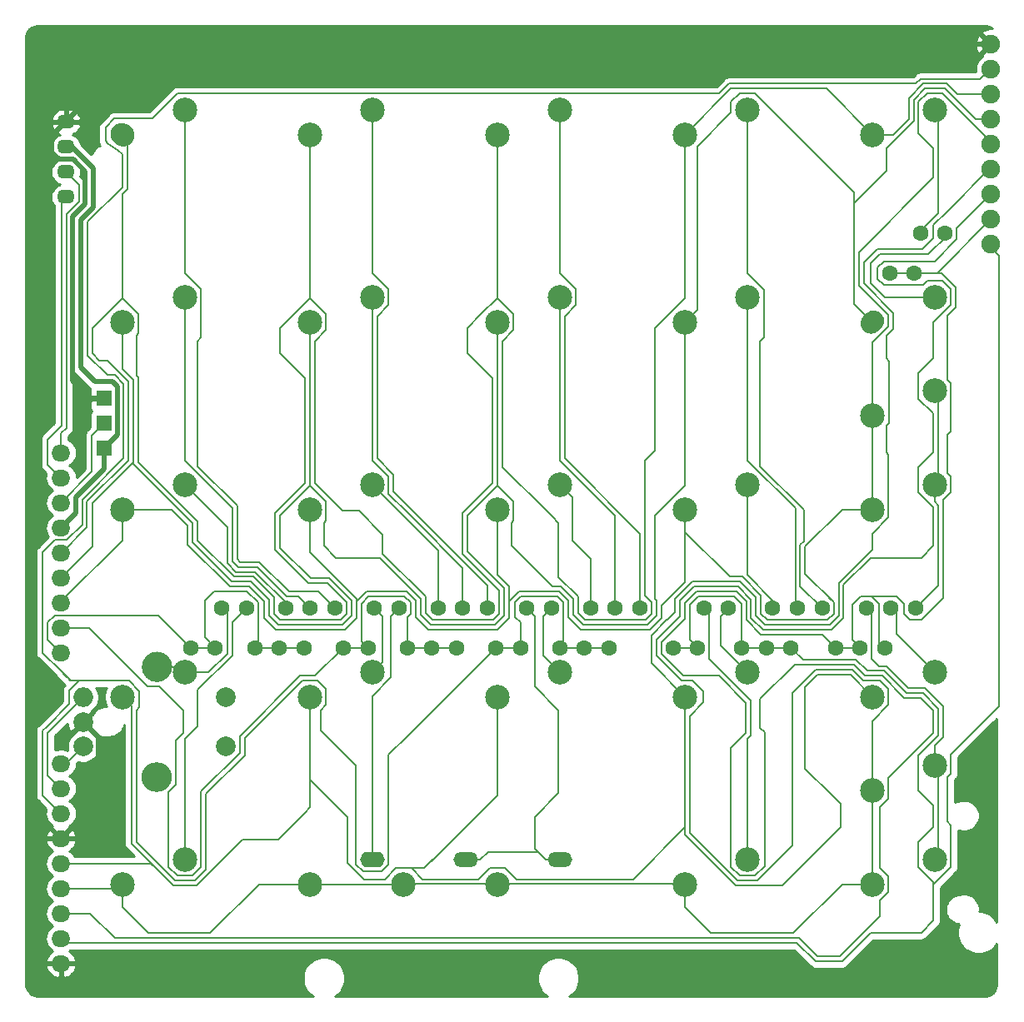
<source format=gbl>
G04 #@! TF.GenerationSoftware,KiCad,Pcbnew,(5.1.9)-1*
G04 #@! TF.CreationDate,2021-04-18T15:15:42+09:00*
G04 #@! TF.ProjectId,_____________,f3adfcb9-a4c3-4c12-98e1-a4f3fa7f2e6b,rev?*
G04 #@! TF.SameCoordinates,Original*
G04 #@! TF.FileFunction,Copper,L2,Bot*
G04 #@! TF.FilePolarity,Positive*
%FSLAX46Y46*%
G04 Gerber Fmt 4.6, Leading zero omitted, Abs format (unit mm)*
G04 Created by KiCad (PCBNEW (5.1.9)-1) date 2021-04-18 15:15:42*
%MOMM*%
%LPD*%
G01*
G04 APERTURE LIST*
G04 #@! TA.AperFunction,ComponentPad*
%ADD10C,1.600000*%
G04 #@! TD*
G04 #@! TA.AperFunction,ComponentPad*
%ADD11C,2.500000*%
G04 #@! TD*
G04 #@! TA.AperFunction,ComponentPad*
%ADD12O,2.500000X1.500000*%
G04 #@! TD*
G04 #@! TA.AperFunction,ComponentPad*
%ADD13O,2.500000X1.600000*%
G04 #@! TD*
G04 #@! TA.AperFunction,ComponentPad*
%ADD14C,2.000000*%
G04 #@! TD*
G04 #@! TA.AperFunction,ComponentPad*
%ADD15O,3.100000X3.000000*%
G04 #@! TD*
G04 #@! TA.AperFunction,ComponentPad*
%ADD16O,2.000000X2.000000*%
G04 #@! TD*
G04 #@! TA.AperFunction,ComponentPad*
%ADD17O,1.800000X1.439000*%
G04 #@! TD*
G04 #@! TA.AperFunction,SMDPad,CuDef*
%ADD18R,1.600000X1.600000*%
G04 #@! TD*
G04 #@! TA.AperFunction,ComponentPad*
%ADD19C,1.900000*%
G04 #@! TD*
G04 #@! TA.AperFunction,ComponentPad*
%ADD20O,1.900000X1.700000*%
G04 #@! TD*
G04 #@! TA.AperFunction,Conductor*
%ADD21C,0.200000*%
G04 #@! TD*
G04 #@! TA.AperFunction,Conductor*
%ADD22C,0.500000*%
G04 #@! TD*
G04 #@! TA.AperFunction,Conductor*
%ADD23C,0.254000*%
G04 #@! TD*
G04 #@! TA.AperFunction,Conductor*
%ADD24C,0.100000*%
G04 #@! TD*
G04 APERTURE END LIST*
D10*
X26430063Y34090573D03*
X29569937Y38109427D03*
D11*
X93040000Y60205000D03*
X86690000Y57665000D03*
X86690000Y48140000D03*
X93040000Y50680000D03*
X93040000Y22105000D03*
X86690000Y19565000D03*
X86690000Y10040000D03*
X93040000Y12580000D03*
D12*
X54940000Y12580000D03*
D11*
X48590000Y10040000D03*
X39065000Y10040000D03*
D12*
X45415000Y12580000D03*
G04 #@! TA.AperFunction,ComponentPad*
G36*
G01*
X85761069Y66353587D02*
X85761069Y66353587D01*
G75*
G02*
X85839894Y67857660I791449J712624D01*
G01*
X86114858Y68105238D01*
G75*
G02*
X87618931Y68026413I712624J-791449D01*
G01*
X87618931Y68026413D01*
G75*
G02*
X87540106Y66522340I-791449J-712624D01*
G01*
X87265142Y66274762D01*
G75*
G02*
X85761069Y66353587I-712624J791449D01*
G01*
G37*
G04 #@! TD.AperFunction*
D11*
X93040000Y69730000D03*
X73990000Y31630000D03*
X67640000Y29090000D03*
X86690000Y29090000D03*
X93040000Y31630000D03*
D10*
X73430063Y34090573D03*
X76569937Y38109427D03*
D11*
X29540000Y10040000D03*
D13*
X35890000Y12580000D03*
D14*
X21000000Y24050000D03*
X21000000Y29050000D03*
D15*
X14000000Y20950000D03*
G04 #@! TA.AperFunction,ComponentPad*
G36*
G01*
X12903984Y33246016D02*
X12903984Y33246016D01*
G75*
G02*
X15096016Y33246016I1096016J-1096016D01*
G01*
X15096016Y33246016D01*
G75*
G02*
X15096016Y31053984I-1096016J-1096016D01*
G01*
X15096016Y31053984D01*
G75*
G02*
X12903984Y31053984I-1096016J1096016D01*
G01*
X12903984Y31053984D01*
G75*
G02*
X12903984Y33246016I1096016J1096016D01*
G01*
G37*
G04 #@! TD.AperFunction*
D14*
X6500000Y24050000D03*
X6500000Y26550000D03*
D16*
X6500000Y29050000D03*
D11*
X10490000Y67190000D03*
X16840000Y69730000D03*
X10490000Y10040000D03*
X16840000Y12580000D03*
X86690000Y86240000D03*
X93040000Y88780000D03*
D17*
X4750000Y87535000D03*
X4750000Y84995000D03*
X4750000Y82455000D03*
X4750000Y79915000D03*
D18*
X8600000Y59430000D03*
X8600000Y54350000D03*
X8600000Y56890000D03*
D11*
X67640000Y86240000D03*
X73990000Y88780000D03*
X73990000Y69730000D03*
X67640000Y67190000D03*
X67640000Y48140000D03*
X73990000Y50680000D03*
X67640000Y10040000D03*
X73990000Y12580000D03*
X48590000Y86240000D03*
X54940000Y88780000D03*
X48590000Y67190000D03*
X54940000Y69730000D03*
X54940000Y50680000D03*
X48590000Y48140000D03*
X48590000Y29090000D03*
X54940000Y31630000D03*
X29540000Y86240000D03*
X35890000Y88780000D03*
X29540000Y67190000D03*
X35890000Y69730000D03*
X35890000Y50680000D03*
X29540000Y48140000D03*
X35890000Y31630000D03*
X29540000Y29090000D03*
G04 #@! TA.AperFunction,ComponentPad*
G36*
G01*
X9466060Y86956971D02*
X9466060Y86956971D01*
G75*
G02*
X11067698Y87239383I942025J-659613D01*
G01*
X11231528Y87124667D01*
G75*
G02*
X11513940Y85523029I-659613J-942025D01*
G01*
X11513940Y85523029D01*
G75*
G02*
X9912302Y85240617I-942025J659613D01*
G01*
X9748472Y85355333D01*
G75*
G02*
X9466060Y86956971I659613J942025D01*
G01*
G37*
G04 #@! TD.AperFunction*
X16840000Y88780000D03*
X16840000Y50680000D03*
X10490000Y48140000D03*
X10490000Y29090000D03*
X16840000Y31630000D03*
D19*
X98730000Y95440000D03*
X98730000Y92900000D03*
X98730000Y90360000D03*
X98730000Y87820000D03*
X98730000Y85280000D03*
X98730000Y82740000D03*
X98730000Y80200000D03*
X98730000Y77660000D03*
X98730000Y75120000D03*
D10*
X91569937Y76209427D03*
X88430063Y72190573D03*
X90930063Y72190573D03*
X94069937Y76209427D03*
X87930063Y34090573D03*
X91069937Y38109427D03*
X85430063Y34090573D03*
X88569937Y38109427D03*
X86069937Y38109427D03*
X82930063Y34090573D03*
X78430063Y34090573D03*
X81569937Y38109427D03*
X75930063Y34090573D03*
X79069937Y38109427D03*
X68930063Y34090573D03*
X72069937Y38109427D03*
X66430063Y34090573D03*
X69569937Y38109427D03*
X63069937Y38109427D03*
X59930063Y34090573D03*
X60569937Y38109427D03*
X57430063Y34090573D03*
X54930063Y34090573D03*
X58069937Y38109427D03*
X54069937Y38109427D03*
X50930063Y34090573D03*
X48430063Y34090573D03*
X51569937Y38109427D03*
X47569937Y38109427D03*
X44430063Y34090573D03*
X41930063Y34090573D03*
X45069937Y38109427D03*
X42569937Y38109427D03*
X39430063Y34090573D03*
X36069937Y38109427D03*
X32930063Y34090573D03*
X35430063Y34090573D03*
X38569937Y38109427D03*
X28930063Y34090573D03*
X32069937Y38109427D03*
X27069937Y38109427D03*
X23930063Y34090573D03*
X20569937Y38109427D03*
X17430063Y34090573D03*
X23069937Y38109427D03*
X19930063Y34090573D03*
D20*
X4240000Y33600000D03*
X4240000Y36140000D03*
X4240000Y38680000D03*
X4240000Y41220000D03*
X4240000Y43760000D03*
X4240000Y46300000D03*
X4240000Y48840000D03*
X4240000Y51380000D03*
X4240000Y53920000D03*
X4240000Y22320000D03*
X4240000Y19780000D03*
X4240000Y17240000D03*
X4240000Y14700000D03*
X4240000Y12160000D03*
X4240000Y9620000D03*
X4240000Y7080000D03*
X4240000Y4540000D03*
X4240000Y2000000D03*
D21*
X88430063Y72190573D02*
X90930063Y72190573D01*
X93260573Y72190573D02*
X90930063Y72190573D01*
X98730000Y77660000D02*
X93260573Y72190573D01*
X82430063Y34090573D02*
X84930063Y34090573D01*
X95190011Y68730889D02*
X95190011Y70729111D01*
X95190011Y70729111D02*
X93728549Y72190573D01*
X94329999Y61357003D02*
X94329999Y67870877D01*
X94690001Y56085003D02*
X94690001Y60997001D01*
X93728549Y72190573D02*
X90930063Y72190573D01*
X94329999Y55725001D02*
X94690001Y56085003D01*
X89145938Y39309428D02*
X89869936Y38585430D01*
X94690001Y60997001D02*
X94329999Y61357003D01*
X94329999Y51832003D02*
X94329999Y55725001D01*
X90493936Y36909426D02*
X91645938Y36909426D01*
X94690001Y49887999D02*
X94690001Y51472001D01*
X85493936Y39309428D02*
X89145938Y39309428D01*
X94329999Y67870877D02*
X95190011Y68730889D01*
X89869936Y38585430D02*
X89869936Y37533426D01*
X89869936Y37533426D02*
X90493936Y36909426D01*
X91645938Y36909426D02*
X93900021Y39163509D01*
X93900021Y39163509D02*
X93900021Y49098019D01*
X93900021Y49098019D02*
X94690001Y49887999D01*
X94690001Y51472001D02*
X94329999Y51832003D01*
X87369936Y34650700D02*
X87930063Y34090573D01*
X87369936Y38585430D02*
X87369936Y34650700D01*
X86645938Y39309428D02*
X87369936Y38585430D01*
X85493936Y39309428D02*
X86645938Y39309428D01*
X84630064Y38445556D02*
X85493936Y39309428D01*
X84630064Y34890572D02*
X84630064Y38445556D01*
X85430063Y34090573D02*
X84630064Y34890572D01*
X73197999Y10929999D02*
X74782001Y10929999D01*
X7221998Y7080000D02*
X4240000Y7080000D01*
X75279999Y28859999D02*
X78810562Y32390562D01*
X75279999Y25949999D02*
X75279999Y28859999D01*
X72339999Y11787999D02*
X73197999Y10929999D01*
X92900001Y25397999D02*
X88340001Y20837999D01*
X87482001Y17914999D02*
X87482001Y11690001D01*
X87482001Y8389999D02*
X87482001Y6794999D01*
X79233009Y4599989D02*
X9702009Y4599989D01*
X75740000Y25489998D02*
X75279999Y25949999D01*
X85954229Y31240011D02*
X87689111Y31240011D01*
X88340001Y9247999D02*
X87482001Y8389999D01*
X78810562Y32390562D02*
X84803678Y32390562D01*
X87482001Y11690001D02*
X88340001Y10832001D01*
X74782001Y10929999D02*
X75740000Y11887998D01*
X72339999Y12269999D02*
X72339999Y11787999D01*
X88340001Y18772999D02*
X87482001Y17914999D01*
X84803678Y32390562D02*
X85954229Y31240011D01*
X87689111Y31240011D02*
X89949143Y28979979D01*
X83412001Y2724999D02*
X81107999Y2724999D01*
X91622023Y28979979D02*
X92900001Y27702001D01*
X81107999Y2724999D02*
X79233009Y4599989D01*
X89949143Y28979979D02*
X91622023Y28979979D01*
X75740000Y11887998D02*
X75740000Y25489998D01*
X9702009Y4599989D02*
X7221998Y7080000D01*
X92900001Y27702001D02*
X92900001Y25397999D01*
X88340001Y10832001D02*
X88340001Y9247999D01*
X87482001Y6794999D02*
X83412001Y2724999D01*
X88340001Y20837999D02*
X88340001Y18772999D01*
X72339999Y12269999D02*
X72339999Y12070000D01*
X65230062Y33514572D02*
X65230062Y34666574D01*
X72339999Y12269999D02*
X72339999Y23887997D01*
X75372606Y35409396D02*
X81611240Y35409396D01*
X81611240Y35409396D02*
X82930063Y34090573D01*
X65230062Y34666574D02*
X67630054Y37066566D01*
X67630054Y37066566D02*
X67630054Y38652666D01*
X73869906Y38792580D02*
X73869906Y36912096D01*
X67504623Y31240011D02*
X65230062Y33514572D01*
X71120011Y31240011D02*
X67504623Y31240011D01*
X72853048Y39809438D02*
X73869906Y38792580D01*
X68786826Y39809438D02*
X72853048Y39809438D01*
X72339999Y23887997D02*
X73850001Y25397999D01*
X73850001Y28510021D02*
X71120011Y31240011D01*
X73850001Y25397999D02*
X73850001Y28510021D01*
X73869906Y36912096D02*
X75372606Y35409396D01*
X67630054Y38652666D02*
X68786826Y39809438D01*
X93400011Y88419989D02*
X93040000Y88780000D01*
X93400011Y88419989D02*
X93400011Y78277131D01*
X91569937Y76447057D02*
X91569937Y76209427D01*
X93400011Y78277131D02*
X91569937Y76447057D01*
X86496867Y73179989D02*
X87413767Y74096889D01*
X86496867Y71172555D02*
X86496867Y73179989D01*
X87939422Y69730000D02*
X86496867Y71172555D01*
X93040000Y69730000D02*
X87939422Y69730000D01*
X92396889Y74096889D02*
X94303122Y76003122D01*
X87413767Y74096889D02*
X92396889Y74096889D01*
X93040000Y60205000D02*
X93400011Y59844989D01*
X93400011Y51040011D02*
X93040000Y50680000D01*
X93400011Y59844989D02*
X93400011Y51040011D01*
X93040000Y48945118D02*
X93400011Y48585107D01*
X93040000Y50680000D02*
X93040000Y48945118D01*
X93400011Y40439501D02*
X91069937Y38109427D01*
X93400011Y48585107D02*
X93400011Y40900011D01*
X93400011Y40900011D02*
X93400011Y40439501D01*
X88569937Y38109427D02*
X89130064Y37549300D01*
X89130064Y35539936D02*
X93040000Y31630000D01*
X89130064Y37549300D02*
X89130064Y35539936D01*
X93040000Y12580000D02*
X93400011Y12940011D01*
X93400011Y21744989D02*
X93040000Y22105000D01*
X93400011Y12940011D02*
X93400011Y21744989D01*
X93040000Y24123758D02*
X93040000Y22105000D01*
X93900021Y24983779D02*
X93040000Y24123758D01*
X93900021Y28116221D02*
X93900021Y24983779D01*
X92036243Y29979999D02*
X93900021Y28116221D01*
X88103331Y32240031D02*
X90363363Y29979999D01*
X90363363Y29979999D02*
X92036243Y29979999D01*
X87379969Y32240031D02*
X88103331Y32240031D01*
X86630064Y32989936D02*
X87379969Y32240031D01*
X86630064Y37549300D02*
X86630064Y32989936D01*
X86069937Y38109427D02*
X86630064Y37549300D01*
X66430063Y34090573D02*
X68930063Y34090573D01*
X73369896Y34150740D02*
X73430063Y34090573D01*
X73369896Y38585470D02*
X73369896Y34150740D01*
X68993936Y39309428D02*
X72645938Y39309428D01*
X68130064Y38445556D02*
X68993936Y39309428D01*
X72645938Y39309428D02*
X73369896Y38585470D01*
X68130064Y34890572D02*
X68130064Y38445556D01*
X68930063Y34090573D02*
X68130064Y34890572D01*
X73430063Y34090573D02*
X78430063Y34090573D01*
X80900889Y2224989D02*
X79025899Y4099979D01*
X4680021Y4099979D02*
X4240000Y4540000D01*
X83619111Y2224989D02*
X80900889Y2224989D01*
X79025899Y4099979D02*
X4680021Y4099979D01*
X86494121Y5099999D02*
X83619111Y2224989D01*
X91652001Y5099999D02*
X86494121Y5099999D01*
X92900001Y6347999D02*
X91652001Y5099999D01*
X92900001Y6670003D02*
X92900001Y6347999D01*
X92900001Y6670003D02*
X92900001Y8819999D01*
X91389999Y11787999D02*
X92900001Y10277997D01*
X91389999Y14362997D02*
X91389999Y11787999D01*
X78430063Y34090573D02*
X79630064Y32890572D01*
X93400011Y25190889D02*
X91389999Y23180877D01*
X79630064Y32890572D02*
X85010788Y32890572D01*
X85010788Y32890572D02*
X86161339Y31740021D01*
X86161339Y31740021D02*
X87896221Y31740021D01*
X87896221Y31740021D02*
X90156253Y29479989D01*
X92900001Y10277997D02*
X92900001Y8819999D01*
X90156253Y29479989D02*
X91829133Y29479989D01*
X91829133Y29479989D02*
X93400011Y27909111D01*
X91389999Y23180877D02*
X91389999Y19580001D01*
X93400011Y27909111D02*
X93400011Y25190889D01*
X92900001Y15872999D02*
X91389999Y14362997D01*
X91389999Y19580001D02*
X92900001Y18069999D01*
X92900001Y18069999D02*
X92900001Y15872999D01*
X99574990Y28150988D02*
X99574990Y73955010D01*
X98480000Y27055998D02*
X99574990Y28150988D01*
X99574990Y73955010D02*
X98730000Y74800000D01*
X94690001Y23241999D02*
X98480000Y27031998D01*
X98480000Y27031998D02*
X98480000Y27055998D01*
X94690001Y21312999D02*
X94690001Y23241999D01*
X94329999Y20952997D02*
X94690001Y21312999D01*
X94329999Y16424999D02*
X94329999Y20952997D01*
X94690001Y16064997D02*
X94329999Y16424999D01*
X94690001Y11787999D02*
X94690001Y16064997D01*
X92900001Y9997999D02*
X94690001Y11787999D01*
X98730000Y74800000D02*
X98730000Y75120000D01*
X92900001Y8819999D02*
X92900001Y9997999D01*
X79720000Y44944122D02*
X79359989Y44584111D01*
X79720000Y48099122D02*
X79720000Y44944122D01*
X75279999Y52539123D02*
X79720000Y48099122D01*
X75279999Y65250001D02*
X75279999Y52539123D01*
X79359989Y40319375D02*
X81569937Y38109427D01*
X75690000Y65660002D02*
X75279999Y65250001D01*
X73990000Y72172002D02*
X75690000Y70472002D01*
X79359989Y44584111D02*
X79359989Y40319375D01*
X75690000Y70472002D02*
X75690000Y65660002D01*
X73990000Y88780000D02*
X73990000Y72172002D01*
X78859979Y38319385D02*
X79069937Y38109427D01*
X78859979Y48252023D02*
X78859979Y38319385D01*
X73990000Y53122002D02*
X78859979Y48252023D01*
X73990000Y69730000D02*
X73990000Y53122002D01*
X76569937Y38921029D02*
X76569937Y38109427D01*
X73990000Y41500966D02*
X76569937Y38921029D01*
X73990000Y50680000D02*
X73990000Y41500966D01*
X71269938Y34350062D02*
X73990000Y31630000D01*
X71269938Y37309428D02*
X71269938Y34350062D01*
X72069937Y38109427D02*
X71269938Y37309428D01*
X70130064Y37549300D02*
X69569937Y38109427D01*
X70130064Y32937078D02*
X70130064Y37549300D01*
X74350011Y28717131D02*
X70130064Y32937078D01*
X74350011Y25190889D02*
X74350011Y28717131D01*
X73990000Y24830878D02*
X74350011Y25190889D01*
X73990000Y12580000D02*
X73990000Y24830878D01*
X4430010Y45049990D02*
X4822870Y45049990D01*
X48430063Y34090573D02*
X50930063Y34090573D01*
X50369936Y38685428D02*
X50993936Y39309428D01*
X54645938Y39309428D02*
X55269938Y38685428D01*
X50993936Y39309428D02*
X54645938Y39309428D01*
X50369936Y37230064D02*
X50369936Y38685428D01*
X50930063Y36669937D02*
X50369936Y37230064D01*
X50930063Y34090573D02*
X50930063Y36669937D01*
X55269938Y34430448D02*
X54930063Y34090573D01*
X55269938Y38685428D02*
X55269938Y34430448D01*
X54930063Y34090573D02*
X59930063Y34090573D01*
X4240000Y17240000D02*
X2389980Y19090020D01*
X5099999Y28860001D02*
X5099999Y29050001D01*
X5099999Y28377999D02*
X5099999Y28860001D01*
X2389980Y19090020D02*
X2389980Y25647100D01*
X2751440Y26008560D02*
X5110439Y28367559D01*
X5110439Y28367559D02*
X5099999Y28377999D01*
X2389980Y25647100D02*
X2751440Y26008560D01*
X3662209Y45049990D02*
X2389980Y43777761D01*
X4430010Y45049990D02*
X3662209Y45049990D01*
X2389980Y43777761D02*
X2389980Y33582240D01*
X4891109Y31081109D02*
X5186913Y30785306D01*
X5232219Y30740001D02*
X4606110Y31366110D01*
X4606110Y31366110D02*
X4891109Y31081109D01*
X5099999Y29722001D02*
X6117999Y30740001D01*
X5099999Y29189999D02*
X5099999Y29722001D01*
X5099999Y29050001D02*
X5099999Y29189999D01*
X9990001Y30740001D02*
X8509999Y30740001D01*
X5232219Y30740001D02*
X4191110Y31781110D01*
X8120001Y30740001D02*
X5232219Y30740001D01*
X4191110Y31781110D02*
X4606110Y31366110D01*
X2389980Y33582240D02*
X4191110Y31781110D01*
X6117999Y30740001D02*
X8120001Y30740001D01*
X8120001Y30740001D02*
X9990001Y30740001D01*
X11180963Y30740001D02*
X9990001Y30740001D01*
X12220000Y29700965D02*
X11180963Y30740001D01*
X12220000Y28022002D02*
X12220000Y29700965D01*
X11899999Y14370879D02*
X11899999Y27702001D01*
X15840889Y10429989D02*
X11899999Y14370879D01*
X17839111Y10429989D02*
X15840889Y10429989D01*
X18990011Y11580889D02*
X17839111Y10429989D01*
X22900009Y24892011D02*
X22900009Y23170887D01*
X28747999Y30740001D02*
X22900009Y24892011D01*
X30332001Y30740001D02*
X28747999Y30740001D01*
X48430063Y34090573D02*
X39539489Y25199999D01*
X39498001Y25199999D02*
X37540010Y23242008D01*
X22900009Y23170887D02*
X18990011Y19260889D01*
X36837060Y11379990D02*
X34942940Y11379990D01*
X30650000Y27757998D02*
X31190001Y28297999D01*
X37540010Y23242008D02*
X37540010Y12082940D01*
X37540010Y12082940D02*
X36837060Y11379990D01*
X34942940Y11379990D02*
X34239990Y12082940D01*
X39539489Y25199999D02*
X39498001Y25199999D01*
X30650000Y25697998D02*
X30650000Y27757998D01*
X34239990Y12082940D02*
X34239990Y22108008D01*
X18990011Y19260889D02*
X18990011Y11580889D01*
X34239990Y22108008D02*
X30650000Y25697998D01*
X11899999Y27702001D02*
X12220000Y28022002D01*
X31190001Y28297999D02*
X31190001Y29882001D01*
X31190001Y29882001D02*
X30332001Y30740001D01*
X97600031Y91930031D02*
X98570000Y92900000D01*
X91626669Y91930031D02*
X97600031Y91930031D01*
X91126659Y91430021D02*
X91626669Y91930031D01*
X9684320Y87890001D02*
X13507999Y87890001D01*
X71122881Y90430001D02*
X72122901Y91430021D01*
X8770137Y86975818D02*
X9684320Y87890001D01*
X8770137Y85618898D02*
X8770137Y86975818D01*
X8993109Y85395926D02*
X8770137Y85618898D01*
X4430010Y45049990D02*
X4857771Y45049990D01*
X4857771Y45049990D02*
X6390020Y46582239D01*
X13507999Y87890001D02*
X16047999Y90430001D01*
X6949989Y63794889D02*
X6949989Y77381375D01*
X6390020Y46582239D02*
X6390020Y49151516D01*
X16047999Y90430001D02*
X71122881Y90430001D01*
X6390020Y49151516D02*
X10600011Y53361507D01*
X10063757Y84646243D02*
X8993109Y85395926D01*
X10600011Y53361507D02*
X10600011Y60939243D01*
X8944868Y61800010D02*
X6949989Y63794889D01*
X10600011Y60939243D02*
X9739244Y61800010D01*
X9739244Y61800010D02*
X8944868Y61800010D01*
X72122901Y91430021D02*
X91126659Y91430021D01*
X6949989Y77381375D02*
X10470001Y80901387D01*
X10470001Y80901387D02*
X10470001Y84239999D01*
X10470001Y84239999D02*
X10063757Y84646243D01*
X54940000Y72172002D02*
X56590001Y70522001D01*
X54940000Y88780000D02*
X54940000Y72172002D01*
X56590001Y70522001D02*
X56590001Y68937999D01*
X56590001Y68937999D02*
X55440010Y67788008D01*
X55440010Y67788008D02*
X55440010Y53329112D01*
X63069937Y45699185D02*
X63069937Y38109427D01*
X55440010Y53329112D02*
X63069937Y45699185D01*
X60569937Y47492065D02*
X60569937Y38109427D01*
X54940000Y53122002D02*
X60569937Y47492065D01*
X54940000Y69730000D02*
X54940000Y53122002D01*
X58069937Y43160061D02*
X58069937Y38109427D01*
X56229999Y44999999D02*
X58069937Y43160061D01*
X56229999Y49390001D02*
X56229999Y44999999D01*
X54940000Y50680000D02*
X56229999Y49390001D01*
X53269938Y33300062D02*
X54940000Y31630000D01*
X53269938Y37309428D02*
X53269938Y33300062D01*
X54069937Y38109427D02*
X53269938Y37309428D01*
X53490000Y12580000D02*
X54940000Y12580000D01*
X52374999Y16892001D02*
X52374999Y13695001D01*
X54800001Y19317003D02*
X52374999Y16892001D01*
X54800001Y27702001D02*
X54800001Y19317003D01*
X52369936Y30132066D02*
X54800001Y27702001D01*
X52369936Y37309428D02*
X52369936Y30132066D01*
X51569937Y38109427D02*
X52369936Y37309428D01*
X52719992Y13350008D02*
X53175000Y12895000D01*
X47624958Y13350008D02*
X52719992Y13350008D01*
X46854950Y12580000D02*
X47624958Y13350008D01*
X45415000Y12580000D02*
X46854950Y12580000D01*
X53175000Y12895000D02*
X53490000Y12580000D01*
X52374999Y13695001D02*
X53175000Y12895000D01*
X32930063Y34090573D02*
X35430063Y34090573D01*
X39769938Y38685428D02*
X39769938Y37533426D01*
X35493936Y39309428D02*
X39145938Y39309428D01*
X34769968Y38585460D02*
X35493936Y39309428D01*
X34769968Y34750668D02*
X34769968Y38585460D01*
X39145938Y39309428D02*
X39769938Y38685428D01*
X35430063Y34090573D02*
X34769968Y34750668D01*
X39430063Y37193551D02*
X39430063Y34090573D01*
X39769938Y37533426D02*
X39430063Y37193551D01*
X39430063Y34090573D02*
X44430063Y34090573D01*
X7123998Y36140000D02*
X4240000Y36140000D01*
X13063999Y30199999D02*
X7123998Y36140000D01*
X14202003Y30199999D02*
X13063999Y30199999D01*
X16700001Y27702001D02*
X14202003Y30199999D01*
X16700001Y25397999D02*
X16700001Y27702001D01*
X32930063Y34090573D02*
X30079501Y31240011D01*
X30079501Y31240011D02*
X28540889Y31240011D01*
X28540889Y31240011D02*
X22400001Y25099123D01*
X22400001Y23377999D02*
X18490001Y19467999D01*
X18490001Y19467999D02*
X18490001Y11787999D01*
X18490001Y11787999D02*
X17632001Y10929999D01*
X17632001Y10929999D02*
X16047999Y10929999D01*
X16047999Y10929999D02*
X15189999Y11787999D01*
X15189999Y11787999D02*
X15189999Y19402980D01*
X15189999Y19402980D02*
X15950010Y20162991D01*
X15950010Y20162991D02*
X15950010Y24648008D01*
X22400001Y25099123D02*
X22400001Y23377999D01*
X15950010Y24648008D02*
X16700001Y25397999D01*
X47569937Y40414303D02*
X47569937Y38109427D01*
X38040011Y49944229D02*
X47569937Y40414303D01*
X36390010Y53329112D02*
X38040011Y51679111D01*
X36390010Y67788008D02*
X36390010Y53329112D01*
X37540001Y68937999D02*
X36390010Y67788008D01*
X38040011Y51679111D02*
X38040011Y49944229D01*
X37540001Y70522001D02*
X37540001Y68937999D01*
X35890000Y72172002D02*
X37540001Y70522001D01*
X35890000Y88780000D02*
X35890000Y72172002D01*
X35890000Y53122002D02*
X37540001Y51472001D01*
X35890000Y69730000D02*
X35890000Y53122002D01*
X37540001Y51472001D02*
X37540001Y49737119D01*
X40187112Y47090008D02*
X42408560Y44868560D01*
X45069937Y38109427D02*
X45069937Y42207183D01*
X45069937Y42207183D02*
X39523560Y47753560D01*
X39523560Y47753560D02*
X40187112Y47090008D01*
X37540001Y49737119D02*
X39523560Y47753560D01*
X42569937Y38109427D02*
X42569937Y44000063D01*
X35890000Y50680000D02*
X39980000Y46590000D01*
X42569937Y44000063D02*
X39980000Y46590000D01*
X36869936Y32609936D02*
X35890000Y31630000D01*
X36869936Y37309428D02*
X36869936Y32609936D01*
X36069937Y38109427D02*
X36869936Y37309428D01*
X35890000Y25150000D02*
X35890000Y12580000D01*
X35890000Y29187998D02*
X35890000Y25150000D01*
X37769938Y31067936D02*
X35890000Y29187998D01*
X37769938Y37309428D02*
X37769938Y31067936D01*
X38569937Y38109427D02*
X37769938Y37309428D01*
X14103746Y37390010D02*
X17196878Y34296878D01*
X3622229Y37390010D02*
X14103746Y37390010D01*
X2889990Y36657771D02*
X3622229Y37390010D01*
X2889990Y34950010D02*
X2889990Y36657771D01*
X4240000Y33600000D02*
X2889990Y34950010D01*
X17430063Y34090573D02*
X19930063Y34090573D01*
X24269938Y38685428D02*
X24269938Y34430448D01*
X24269938Y34430448D02*
X23930063Y34090573D01*
X19786826Y39809438D02*
X23145928Y39809438D01*
X18869926Y38892538D02*
X19786826Y39809438D01*
X18869926Y35150710D02*
X18869926Y38892538D01*
X23145928Y39809438D02*
X24269938Y38685428D01*
X19930063Y34090573D02*
X18869926Y35150710D01*
X23930063Y34090573D02*
X28930063Y34090573D01*
X30369926Y39809438D02*
X32069937Y38109427D01*
X27388648Y39809438D02*
X30369926Y39809438D01*
X24388588Y42809498D02*
X27388648Y39809438D01*
X22441860Y42809498D02*
X24388588Y42809498D01*
X22150021Y43101337D02*
X22441860Y42809498D01*
X18129999Y65250001D02*
X18129999Y52539123D01*
X18490001Y65610003D02*
X18129999Y65250001D01*
X18490001Y70522001D02*
X18490001Y65610003D01*
X18129999Y52539123D02*
X22150021Y48519101D01*
X16840000Y72172002D02*
X18490001Y70522001D01*
X22150021Y48519101D02*
X22150021Y43101337D01*
X16840000Y88780000D02*
X16840000Y72172002D01*
X21650011Y48311991D02*
X16840000Y53122002D01*
X24181478Y42309488D02*
X22234750Y42309488D01*
X22234750Y42309488D02*
X21650011Y42894227D01*
X27181538Y39309428D02*
X24181478Y42309488D01*
X16840000Y53122002D02*
X16840000Y69730000D01*
X28369936Y39309428D02*
X27181538Y39309428D01*
X21650011Y42894227D02*
X21650011Y48311991D01*
X29569937Y38109427D02*
X28369936Y39309428D01*
X27069937Y38713909D02*
X27069937Y38109427D01*
X23974368Y41809478D02*
X27069937Y38713909D01*
X21150001Y42687117D02*
X22027640Y41809478D01*
X22027640Y41809478D02*
X23974368Y41809478D01*
X21150001Y46369999D02*
X21150001Y42687117D01*
X16840000Y50680000D02*
X21150001Y46369999D01*
X86690000Y19565000D02*
X86690000Y10040000D01*
X67615000Y10065000D02*
X67640000Y10040000D01*
X48615000Y10065000D02*
X67615000Y10065000D01*
X39090000Y10065000D02*
X48615000Y10065000D01*
X83622998Y10040000D02*
X86690000Y10040000D01*
X78682997Y5099999D02*
X83622998Y10040000D01*
X67640000Y7757998D02*
X70297999Y5099999D01*
X70297999Y5099999D02*
X78682997Y5099999D01*
X67640000Y10040000D02*
X67640000Y7757998D01*
X29540000Y10040000D02*
X39065000Y10040000D01*
X10070000Y9620000D02*
X10490000Y10040000D01*
X4240000Y9620000D02*
X10070000Y9620000D01*
X13147999Y5099999D02*
X10490000Y7757998D01*
X19398001Y5099999D02*
X13147999Y5099999D01*
X24338002Y10040000D02*
X19398001Y5099999D01*
X10490000Y7757998D02*
X10490000Y10040000D01*
X29540000Y10040000D02*
X24338002Y10040000D01*
X86690000Y26647998D02*
X86690000Y19565000D01*
X88340001Y28297999D02*
X86690000Y26647998D01*
X85747119Y30740001D02*
X87482001Y30740001D01*
X80900889Y31825011D02*
X84662109Y31825011D01*
X78549999Y29474121D02*
X80900889Y31825011D01*
X78549999Y13990877D02*
X78549999Y29474121D01*
X72990889Y10429989D02*
X74989111Y10429989D01*
X68140010Y15280868D02*
X72990889Y10429989D01*
X68140010Y27148008D02*
X68140010Y15280868D01*
X87482001Y30740001D02*
X88340001Y29882001D01*
X69530000Y28537998D02*
X68140010Y27148008D01*
X69530000Y29642002D02*
X69530000Y28537998D01*
X68432001Y30740001D02*
X69530000Y29642002D01*
X67297513Y30740001D02*
X68432001Y30740001D01*
X64730052Y33307462D02*
X67297513Y30740001D01*
X64730052Y34873684D02*
X64730052Y33307462D01*
X67130044Y37273676D02*
X64730052Y34873684D01*
X67130044Y38859776D02*
X67130044Y37273676D01*
X68579716Y40309448D02*
X67130044Y38859776D01*
X73060158Y40309448D02*
X68579716Y40309448D01*
X74369916Y38999690D02*
X73060158Y40309448D01*
X94690001Y68937999D02*
X92900001Y67147999D01*
X93832001Y71380001D02*
X94690001Y70522001D01*
X92247999Y71380001D02*
X93832001Y71380001D01*
X94690001Y70522001D02*
X94690001Y68937999D01*
X87230062Y72766574D02*
X87230062Y71614572D01*
X74989111Y10429989D02*
X78549999Y13990877D01*
X87854062Y70990572D02*
X91858570Y70990572D01*
X91858570Y70990572D02*
X92247999Y71380001D01*
X93027086Y73390574D02*
X87854062Y73390574D01*
X91389999Y59412999D02*
X92900001Y57902997D01*
X87854062Y73390574D02*
X87230062Y72766574D01*
X95269938Y75633426D02*
X93027086Y73390574D01*
X92900001Y48377997D02*
X92900001Y44447999D01*
X75579716Y35909406D02*
X74369916Y37119206D01*
X84662109Y31825011D02*
X85747119Y30740001D01*
X74369916Y37119206D02*
X74369916Y38999690D01*
X95269938Y76739938D02*
X95269938Y75633426D01*
X92900001Y44447999D02*
X91652001Y43199999D01*
X83769958Y40475836D02*
X83769958Y37119206D01*
X87230062Y71614572D02*
X87854062Y70990572D01*
X98730000Y80200000D02*
X95269938Y76739938D01*
X92900001Y67147999D02*
X92900001Y63497999D01*
X88340001Y29882001D02*
X88340001Y28297999D01*
X92900001Y63497999D02*
X91389999Y61987997D01*
X91389999Y61987997D02*
X91389999Y59412999D01*
X92900001Y57902997D02*
X92900001Y53972999D01*
X92900001Y53972999D02*
X91389999Y52462997D01*
X91389999Y52462997D02*
X91389999Y49887999D01*
X91389999Y49887999D02*
X92900001Y48377997D01*
X91652001Y43199999D02*
X86494121Y43199999D01*
X86494121Y43199999D02*
X83769958Y40475836D01*
X83769958Y37119206D02*
X82560158Y35909406D01*
X82560158Y35909406D02*
X75579716Y35909406D01*
D22*
X2790000Y2000000D02*
X4240000Y2000000D01*
X1739970Y3050030D02*
X2790000Y2000000D01*
X1739970Y13649970D02*
X1739970Y3050030D01*
X2790000Y14700000D02*
X1739970Y13649970D01*
X4240000Y14700000D02*
X2790000Y14700000D01*
X2675000Y16265000D02*
X4240000Y14700000D01*
X1210000Y17730000D02*
X2675000Y16265000D01*
X8050001Y18510001D02*
X4240000Y14700000D01*
X8050001Y24999999D02*
X8050001Y18510001D01*
X6500000Y26550000D02*
X8050001Y24999999D01*
X1210000Y82210000D02*
X1210000Y17730000D01*
X1210000Y83995000D02*
X1210000Y82210000D01*
X4750000Y87535000D02*
X1210000Y83995000D01*
X12655000Y95440000D02*
X4750000Y87535000D01*
X98570000Y95440000D02*
X12655000Y95440000D01*
X3299990Y84469152D02*
X4044632Y83724510D01*
X4044632Y83724510D02*
X4724510Y83724510D01*
X4724510Y83724510D02*
X5456348Y83724510D01*
X4044632Y83724510D02*
X5456348Y83724510D01*
X3299990Y86084990D02*
X4750000Y87535000D01*
X3299990Y84469152D02*
X3299990Y86084990D01*
X5450010Y61279990D02*
X7300000Y59430000D01*
X5450010Y77932032D02*
X5450010Y61279990D01*
X6700020Y79182042D02*
X5450010Y77932032D01*
X5455368Y83725490D02*
X6700020Y82480838D01*
X7300000Y59430000D02*
X8600000Y59430000D01*
X6700020Y82480838D02*
X6700020Y79182042D01*
X4043652Y83725490D02*
X5455368Y83725490D01*
X3299990Y84469152D02*
X4043652Y83725490D01*
D21*
X85844010Y71885990D02*
X85844010Y72144010D01*
X85844010Y71118292D02*
X85844010Y72144010D01*
X85844010Y72144010D02*
X85844010Y73234252D01*
X85844010Y71885990D02*
X85844010Y71118292D01*
X67640000Y29090000D02*
X67640000Y17700000D01*
X85844010Y71118292D02*
X85844010Y73234252D01*
X94285000Y78455000D02*
X98570000Y82740000D01*
X92869936Y77039936D02*
X94285000Y78455000D01*
X91733411Y74596899D02*
X92869936Y75733424D01*
X92869936Y75733424D02*
X92869936Y77039936D01*
X87206657Y74596899D02*
X91733411Y74596899D01*
X85844010Y73234252D02*
X87206657Y74596899D01*
X15633779Y9929979D02*
X18046221Y9929979D01*
X18046221Y9929979D02*
X22716241Y14599999D01*
X4240000Y12160000D02*
X13403758Y12160000D01*
X29540000Y17857002D02*
X29001499Y17318501D01*
X25530001Y14599999D02*
X26282997Y14599999D01*
X22716241Y14599999D02*
X25530001Y14599999D01*
X26282997Y14599999D02*
X29001499Y17318501D01*
X13871879Y11691879D02*
X15633779Y9929979D01*
X13403758Y12160000D02*
X13871879Y11691879D01*
X81107999Y31325001D02*
X84454999Y31325001D01*
X79859999Y30077001D02*
X81107999Y31325001D01*
X79859999Y21816003D02*
X79859999Y30077001D01*
X84454999Y31325001D02*
X86690000Y29090000D01*
X48590000Y29090000D02*
X48590000Y19113998D01*
X29540000Y29090000D02*
X29540000Y22310000D01*
X29540000Y22310000D02*
X29540000Y17857002D01*
X41166003Y11690001D02*
X43338001Y13861999D01*
X48590000Y19113998D02*
X43338001Y13861999D01*
X41166003Y11690001D02*
X42373001Y12896999D01*
X43338001Y13861999D02*
X42373001Y12896999D01*
X67640000Y17450000D02*
X67640000Y17700000D01*
X83450001Y18226001D02*
X82523001Y19153001D01*
X83450001Y15873999D02*
X83450001Y18226001D01*
X77505981Y9929979D02*
X83450001Y15873999D01*
X67640000Y15073758D02*
X72783779Y9929979D01*
X67640000Y17450000D02*
X67640000Y15073758D01*
X72783779Y9929979D02*
X77505981Y9929979D01*
X82523001Y19153001D02*
X79859999Y21816003D01*
X88099999Y65802001D02*
X88822252Y66524254D01*
X88099999Y63497999D02*
X88099999Y65802001D01*
X88410000Y63187998D02*
X88099999Y63497999D01*
X88410000Y56942998D02*
X88410000Y63187998D01*
X88099999Y56632997D02*
X88410000Y56942998D01*
X88099999Y53972999D02*
X88099999Y56632997D01*
X88340001Y53732997D02*
X88099999Y53972999D01*
X88340001Y47347999D02*
X88340001Y53732997D01*
X86670001Y45677999D02*
X88340001Y47347999D01*
X86670001Y44082999D02*
X86670001Y45677999D01*
X83269948Y40682946D02*
X86670001Y44082999D01*
X83269948Y37326316D02*
X83269948Y40682946D01*
X82353048Y36409416D02*
X83269948Y37326316D01*
X64230042Y32499958D02*
X64230042Y35372170D01*
X64230042Y35372170D02*
X65769966Y36912094D01*
X74869926Y37326316D02*
X75786826Y36409416D01*
X68372606Y40809458D02*
X73267268Y40809458D01*
X65769966Y36912094D02*
X65836094Y36912094D01*
X66630034Y37706034D02*
X66630034Y39066886D01*
X88822252Y68140050D02*
X85844010Y71118292D01*
X66630034Y39066886D02*
X68372606Y40809458D01*
X73267268Y40809458D02*
X74869926Y39206800D01*
X88822252Y66524254D02*
X88822252Y68140050D01*
X65836094Y36912094D02*
X66630034Y37706034D01*
X74869926Y39206800D02*
X74869926Y37326316D01*
X67640000Y29090000D02*
X64230042Y32499958D01*
X75786826Y36409416D02*
X82353048Y36409416D01*
X11399989Y28180011D02*
X10490000Y29090000D01*
X11399989Y14163769D02*
X11399989Y28180011D01*
X13871879Y11691879D02*
X11399989Y14163769D01*
X62355010Y10565010D02*
X67640000Y15850000D01*
X50506992Y10565010D02*
X62355010Y10565010D01*
X49382001Y11690001D02*
X50506992Y10565010D01*
X67640000Y15850000D02*
X67640000Y17450000D01*
X47797999Y11690001D02*
X49382001Y11690001D01*
X46673008Y10565010D02*
X47797999Y11690001D01*
X39857001Y11690001D02*
X39569999Y11690001D01*
X40981992Y10565010D02*
X39857001Y11690001D01*
X45955010Y10565010D02*
X40981992Y10565010D01*
X39569999Y11690001D02*
X41166003Y11690001D01*
X45955010Y10565010D02*
X46673008Y10565010D01*
X29540000Y20727002D02*
X29540000Y22310000D01*
X33375001Y16892001D02*
X29540000Y20727002D01*
X33375001Y12240809D02*
X33375001Y16892001D01*
X35075800Y10540010D02*
X33375001Y12240809D01*
X37123008Y10540010D02*
X35075800Y10540010D01*
X38272999Y11690001D02*
X37123008Y10540010D01*
X39569999Y11690001D02*
X38272999Y11690001D01*
X24869916Y38792570D02*
X24869916Y38769916D01*
X24869916Y38769916D02*
X24869916Y38570000D01*
X29540000Y48140000D02*
X29540000Y43829606D01*
X29540000Y43829606D02*
X34269958Y39099648D01*
X34269958Y37119206D02*
X34269956Y37119204D01*
X34269956Y37119204D02*
X33060158Y35909406D01*
X24869916Y37119206D02*
X24869916Y37772890D01*
X26079716Y35909406D02*
X24869916Y37119206D01*
X33060158Y35909406D02*
X26079716Y35909406D01*
X15523758Y48140000D02*
X10490000Y48140000D01*
X17129979Y44585779D02*
X17129979Y46533779D01*
X21406310Y40309448D02*
X17129979Y44585779D01*
X23353038Y40309448D02*
X21406310Y40309448D01*
X24869916Y38792570D02*
X23353038Y40309448D01*
X17129979Y46533779D02*
X15523758Y48140000D01*
X24869916Y37772890D02*
X24869916Y38792570D01*
X39353048Y39809438D02*
X40269948Y38892538D01*
X35286826Y39809438D02*
X39353048Y39809438D01*
X34269958Y38792570D02*
X35286826Y39809438D01*
X34269958Y38329958D02*
X34269958Y38792570D01*
X34269958Y39099648D02*
X34269958Y38329958D01*
X34269958Y38329958D02*
X34269958Y37119206D01*
X40269948Y38892538D02*
X40269948Y37880000D01*
X40269948Y37219174D02*
X41579716Y35909406D01*
X40269948Y37880000D02*
X40269948Y37219174D01*
X45950594Y35909406D02*
X48560158Y35909406D01*
X41579716Y35909406D02*
X45950594Y35909406D01*
X48560158Y35909406D02*
X49769958Y37119206D01*
X45950594Y35909406D02*
X46200000Y35909406D01*
X48590000Y41515600D02*
X48590000Y48140000D01*
X49769958Y40335642D02*
X48590000Y41515600D01*
X49769958Y37119206D02*
X49769958Y37920042D01*
X49769958Y37920042D02*
X49769958Y40335642D01*
X86690000Y57665000D02*
X86690000Y48140000D01*
X83622998Y48140000D02*
X86690000Y48140000D01*
X79859999Y44377001D02*
X83622998Y48140000D01*
X80993936Y36909426D02*
X81810000Y36909426D01*
X82769938Y38685428D02*
X82287683Y39167683D01*
X79859999Y41595367D02*
X82769938Y38685428D01*
X79859999Y42779999D02*
X79859999Y41595367D01*
X82145938Y36909426D02*
X80993936Y36909426D01*
X82769938Y37533426D02*
X82145938Y36909426D01*
X82769938Y38685428D02*
X82769938Y37533426D01*
X79859999Y42779999D02*
X79859999Y44377001D01*
X50786826Y39809438D02*
X49769958Y38792570D01*
X55769948Y38892538D02*
X54853048Y39809438D01*
X49769958Y38792570D02*
X49769958Y37920042D01*
X55769948Y37219174D02*
X55769948Y38892538D01*
X57079716Y35909406D02*
X55769948Y37219174D01*
X64060158Y35909406D02*
X57079716Y35909406D01*
X65269958Y37119206D02*
X64060158Y35909406D01*
X65269958Y38413930D02*
X65269958Y37119206D01*
X54853048Y39809438D02*
X50786826Y39809438D01*
X67640000Y40783972D02*
X65269958Y38413930D01*
X67640000Y48140000D02*
X67640000Y40783972D01*
X76719426Y36909426D02*
X80993936Y36909426D01*
X75369936Y37533426D02*
X75993936Y36909426D01*
X75369936Y39413910D02*
X75369936Y37533426D01*
X73474378Y41309468D02*
X75369936Y39413910D01*
X75993936Y36909426D02*
X76719426Y36909426D01*
X72188530Y41309468D02*
X73474378Y41309468D01*
X67640000Y45857998D02*
X72188530Y41309468D01*
X67640000Y48140000D02*
X67640000Y45857998D01*
X4240000Y38769998D02*
X4240000Y38680000D01*
X10490000Y45019998D02*
X4240000Y38769998D01*
X10490000Y48140000D02*
X10490000Y45019998D01*
X98730000Y85532002D02*
X98730000Y85280000D01*
X91389999Y89572001D02*
X92247999Y90430001D01*
X91389999Y86362003D02*
X91389999Y89572001D01*
X92900001Y84852001D02*
X91389999Y86362003D01*
X92900001Y81876003D02*
X92900001Y84852001D01*
X93832001Y90430001D02*
X98730000Y85532002D01*
X85344000Y74320002D02*
X92900001Y81876003D01*
X85344000Y70911182D02*
X85344000Y74320002D01*
X88322242Y67932940D02*
X85344000Y70911182D01*
X88322242Y66731364D02*
X88322242Y67932940D01*
X92247999Y90430001D02*
X93832001Y90430001D01*
X86690000Y65099122D02*
X88322242Y66731364D01*
X86690000Y57665000D02*
X86690000Y65099122D01*
X48590000Y50582002D02*
X50240001Y48932001D01*
X26499999Y47542001D02*
X29540000Y50582002D01*
X29540000Y50582002D02*
X29540000Y67190000D01*
X50240001Y48932001D02*
X49382001Y49790001D01*
X25369926Y38429926D02*
X25369926Y37980000D01*
X25369926Y38999680D02*
X25369926Y38429926D01*
X23560148Y40809458D02*
X25369926Y38999680D01*
X21613420Y40809458D02*
X23560148Y40809458D01*
X17629989Y44792889D02*
X21613420Y40809458D01*
X17629989Y46740889D02*
X17629989Y44792889D01*
X25369926Y37326316D02*
X26286826Y36409416D01*
X25369926Y37980000D02*
X25369926Y37326316D01*
X32853048Y36409416D02*
X33769948Y37326316D01*
X26286826Y36409416D02*
X32853048Y36409416D01*
X33769948Y38892538D02*
X33769946Y38892540D01*
X33769948Y37326316D02*
X33769948Y38892538D01*
X33769946Y38892540D02*
X31512476Y41150010D01*
X31512476Y41150010D02*
X29597110Y41150010D01*
X26499999Y44247121D02*
X26499999Y47542001D01*
X29597110Y41150010D02*
X26499999Y44247121D01*
X30949999Y46752001D02*
X30949999Y44447999D01*
X31190001Y46992003D02*
X30949999Y46752001D01*
X31190001Y48932001D02*
X31190001Y46992003D01*
X30949999Y44447999D02*
X32197999Y43199999D01*
X29540000Y50582002D02*
X31190001Y48932001D01*
X33480001Y43199999D02*
X36669607Y43199999D01*
X32197999Y43199999D02*
X33480001Y43199999D01*
X33480001Y43199999D02*
X33750000Y43199999D01*
X36669607Y43199999D02*
X40769958Y39099648D01*
X40769958Y37426284D02*
X41786826Y36409416D01*
X40769958Y38489958D02*
X40769958Y37426284D01*
X40769958Y39099648D02*
X40769958Y38489958D01*
X40769958Y38489958D02*
X40769958Y38300000D01*
X48353048Y36409416D02*
X49269948Y37326316D01*
X46580584Y36409416D02*
X48353048Y36409416D01*
X41786826Y36409416D02*
X46580584Y36409416D01*
X46580584Y36409416D02*
X46870000Y36409416D01*
X49269948Y40128532D02*
X49269946Y40128534D01*
X49269948Y37326316D02*
X49269948Y40128532D01*
X49269946Y40128534D02*
X45549999Y43848481D01*
X48590000Y50582002D02*
X48590000Y54060000D01*
X45549999Y47542001D02*
X48590000Y50582002D01*
X45549999Y43848481D02*
X45549999Y47542001D01*
X48590000Y54060000D02*
X48590000Y67190000D01*
X50240001Y46992003D02*
X49999999Y46752001D01*
X49999999Y46752001D02*
X49999999Y46220001D01*
X50240001Y48932001D02*
X50240001Y48489999D01*
X49999999Y46752001D02*
X49999999Y44447999D01*
X50240001Y48489999D02*
X50240001Y47470001D01*
X50240001Y47470001D02*
X50240001Y46992003D01*
X55060158Y40309448D02*
X55060160Y40309446D01*
X54138550Y40309448D02*
X55060158Y40309448D01*
X49999999Y44447999D02*
X54138550Y40309448D01*
X55060160Y40309446D02*
X56269958Y39099648D01*
X56269958Y39099648D02*
X56269958Y38439958D01*
X56269958Y38439958D02*
X56269958Y38220000D01*
X88099999Y82547999D02*
X88099999Y84852001D01*
X84843990Y70704072D02*
X84843990Y79291990D01*
X90889989Y87641991D02*
X90889989Y89779111D01*
X90889989Y89779111D02*
X92040889Y90930011D01*
X94039111Y90930011D02*
X97149122Y87820000D01*
X88099999Y84852001D02*
X90889989Y87641991D01*
X84843990Y79291990D02*
X88099999Y82547999D01*
X92040889Y90930011D02*
X94039111Y90930011D01*
X97149122Y87820000D02*
X98730000Y87820000D01*
X84843990Y69036010D02*
X86690000Y67190000D01*
X84843990Y70704072D02*
X84843990Y69036010D01*
X72339999Y88497997D02*
X68889999Y85047997D01*
X72339999Y89572001D02*
X72339999Y88497997D01*
X73197999Y90430001D02*
X72339999Y89572001D01*
X68889999Y68439999D02*
X67640000Y67190000D01*
X74782001Y90430001D02*
X73197999Y90430001D01*
X84843990Y80368012D02*
X74782001Y90430001D01*
X68889999Y85047997D02*
X68889999Y68439999D01*
X84843990Y69036010D02*
X84843990Y80368012D01*
X56269958Y37426284D02*
X56269958Y38439958D01*
X57286826Y36409416D02*
X56269958Y37426284D01*
X63853048Y36409416D02*
X57286826Y36409416D01*
X64769948Y37326316D02*
X63853048Y36409416D01*
X64769948Y38892538D02*
X64769948Y37326316D01*
X64599999Y39062487D02*
X64769948Y38892538D01*
X64599999Y47542001D02*
X64599999Y39062487D01*
X67640000Y50582002D02*
X64599999Y47542001D01*
X67640000Y67190000D02*
X67640000Y50582002D01*
X11600031Y52770847D02*
X14970439Y49400439D01*
X11600031Y54969969D02*
X11600031Y52770847D01*
X14970439Y49400439D02*
X17629989Y46740889D01*
X11600031Y54319969D02*
X11600031Y54969969D01*
X11600031Y52947287D02*
X11600031Y54319969D01*
X7449999Y44429999D02*
X7449999Y48797255D01*
X7449999Y48797255D02*
X11600031Y52947287D01*
X4240000Y41220000D02*
X7449999Y44429999D01*
X11600031Y61353463D02*
X11600031Y61310031D01*
X10490000Y62463494D02*
X11600031Y61353463D01*
X10490000Y67190000D02*
X10490000Y62463494D01*
X11600031Y61310031D02*
X11600031Y54969969D01*
X90389979Y89986221D02*
X91833779Y91430021D01*
X90389979Y87849101D02*
X90389979Y89986221D01*
X88780878Y86240000D02*
X90389979Y87849101D01*
X86690000Y86240000D02*
X88780878Y86240000D01*
X25869936Y37700000D02*
X25869936Y37810064D01*
X29540000Y69632002D02*
X29540000Y70600000D01*
X29540000Y70600000D02*
X29540000Y86240000D01*
X25869936Y37533426D02*
X25869936Y37810064D01*
X29540000Y69632002D02*
X26499999Y66592001D01*
X26499999Y66592001D02*
X26499999Y64001999D01*
X29039990Y61462008D02*
X29039990Y50789112D01*
X29039990Y50789112D02*
X25999989Y47749111D01*
X25999989Y47749111D02*
X25999989Y44040011D01*
X33269938Y38685428D02*
X33269938Y37533426D01*
X25999989Y44040011D02*
X29390000Y40650000D01*
X26499999Y64001999D02*
X29039990Y61462008D01*
X29390000Y40650000D02*
X31305366Y40650000D01*
X33269938Y37533426D02*
X32645938Y36909426D01*
X32645938Y36909426D02*
X26493936Y36909426D01*
X31305366Y40650000D02*
X33269938Y38685428D01*
X26493936Y36909426D02*
X25869936Y37533426D01*
X29540000Y69632002D02*
X30332001Y68840001D01*
X29540000Y86240000D02*
X29540000Y69632002D01*
X31190001Y67982001D02*
X31190001Y66397999D01*
X30332001Y68840001D02*
X31190001Y67982001D01*
X31190001Y66397999D02*
X30040010Y65248008D01*
X30040010Y65248008D02*
X30040010Y50789112D01*
X32829121Y48000001D02*
X34502001Y48000001D01*
X30040010Y50789112D02*
X32829121Y48000001D01*
X36930000Y45572002D02*
X36930000Y43646726D01*
X34502001Y48000001D02*
X36930000Y45572002D01*
X36930000Y43646726D02*
X41269968Y39306758D01*
X41269968Y39306758D02*
X41269968Y38490000D01*
X41269968Y37633394D02*
X41993936Y36909426D01*
X41269968Y38490000D02*
X41269968Y37633394D01*
X41993936Y36909426D02*
X46993936Y36909426D01*
X48145938Y36909426D02*
X48769938Y37533426D01*
X46993936Y36909426D02*
X47220574Y36909426D01*
X47220574Y36909426D02*
X48145938Y36909426D01*
X47220574Y36909426D02*
X47740000Y36909426D01*
X48769938Y37533426D02*
X48769938Y39921422D01*
X48769938Y39921422D02*
X45549999Y43141361D01*
X45549999Y43141361D02*
X45049989Y43641371D01*
X45049989Y47749111D02*
X45049991Y47749113D01*
X45049989Y43641371D02*
X45049989Y47749111D01*
X45049991Y47749113D02*
X48089990Y50789112D01*
X48089990Y50789112D02*
X48089990Y61462008D01*
X45549999Y66592001D02*
X46939999Y67982001D01*
X45549999Y64001999D02*
X45549999Y66592001D01*
X48089990Y61462008D02*
X45549999Y64001999D01*
X48590000Y69632002D02*
X48590000Y70240000D01*
X46939999Y67982001D02*
X48590000Y69632002D01*
X48590000Y86240000D02*
X48590000Y70240000D01*
X48590000Y69632002D02*
X50240001Y67982001D01*
X48590000Y86240000D02*
X48590000Y69632002D01*
X50240001Y67982001D02*
X50240001Y66397999D01*
X50240001Y66397999D02*
X49090010Y65248008D01*
X49090010Y65248008D02*
X49090010Y52461992D01*
X49090010Y52461992D02*
X53552001Y48000001D01*
X53552001Y48000001D02*
X54151001Y47401001D01*
X54800001Y46752001D02*
X54800001Y41276725D01*
X54151001Y47401001D02*
X54800001Y46752001D01*
X54800001Y41276725D02*
X56769968Y39306758D01*
X67640000Y69632002D02*
X66847999Y68840001D01*
X67640000Y86240000D02*
X67640000Y69632002D01*
X66847999Y68840001D02*
X64599999Y66592001D01*
X64599999Y66592001D02*
X64599999Y65298001D01*
X56769968Y39306758D02*
X56769968Y38819968D01*
X56769968Y38819968D02*
X56769968Y38520000D01*
X64599999Y64609999D02*
X64599999Y64260000D01*
X64599999Y65298001D02*
X64599999Y64609999D01*
X67640000Y86240000D02*
X72330011Y90930011D01*
X81999989Y90930011D02*
X86690000Y86240000D01*
X72330011Y90930011D02*
X81999989Y90930011D01*
X91833779Y91430021D02*
X93176021Y91430021D01*
X95316242Y90360000D02*
X98730000Y90360000D01*
X94246221Y91430021D02*
X95316242Y90360000D01*
X93176021Y91430021D02*
X94246221Y91430021D01*
X6890030Y48944406D02*
X6890030Y46375129D01*
X6890030Y46375129D02*
X4274901Y43760000D01*
X11100021Y53154397D02*
X6890030Y48944406D01*
X11100021Y60700021D02*
X11100021Y53154397D01*
X11100019Y60700023D02*
X11100021Y60700021D01*
X11100019Y61146355D02*
X11100019Y60700023D01*
X8946375Y63299999D02*
X11100019Y61146355D01*
X8151999Y63299999D02*
X8946375Y63299999D01*
X7449999Y64001999D02*
X8151999Y63299999D01*
X4274901Y43760000D02*
X4240000Y43760000D01*
X7449999Y66592001D02*
X7449999Y64001999D01*
X10490000Y69632002D02*
X7449999Y66592001D01*
X56769968Y37633394D02*
X56769968Y38819968D01*
X63645938Y36909426D02*
X57493936Y36909426D01*
X57493936Y36909426D02*
X56769968Y37633394D01*
X64269938Y37533426D02*
X63645938Y36909426D01*
X64269938Y38685428D02*
X64269938Y37533426D01*
X63569947Y53143945D02*
X63569947Y39385419D01*
X64599999Y54173997D02*
X63569947Y53143945D01*
X63569947Y39385419D02*
X64269938Y38685428D01*
X64599999Y64609999D02*
X64599999Y54173997D01*
X25869936Y38400064D02*
X25869936Y37810064D01*
X21820530Y41309468D02*
X23767258Y41309468D01*
X23767258Y41309468D02*
X25869936Y39206790D01*
X18129999Y44999999D02*
X21820530Y41309468D01*
X18129999Y46947999D02*
X18129999Y44999999D01*
X12100041Y52977957D02*
X18129999Y46947999D01*
X25869936Y39206790D02*
X25869936Y38400064D01*
X11899999Y61760615D02*
X12100041Y61560573D01*
X12100041Y61560573D02*
X12100041Y52977957D01*
X11899999Y65802001D02*
X11899999Y61760615D01*
X12140001Y66042003D02*
X11899999Y65802001D01*
X12140001Y67982001D02*
X12140001Y66042003D01*
X10490000Y69632002D02*
X12140001Y67982001D01*
X10970011Y85759989D02*
X10490000Y86240000D01*
X10970011Y80694277D02*
X10970011Y85759989D01*
X10490000Y80214266D02*
X10970011Y80694277D01*
X10490000Y69632002D02*
X10490000Y80214266D01*
D22*
X4240000Y46300000D02*
X5740010Y47800010D01*
X5740010Y47800010D02*
X5740010Y49420758D01*
X8600000Y52280748D02*
X8600000Y52650000D01*
X5740010Y49420758D02*
X8600000Y52280748D01*
X8600000Y54350000D02*
X8600000Y52650000D01*
X5317242Y84995000D02*
X4750000Y84995000D01*
X7500030Y82812212D02*
X5317242Y84995000D01*
X6250020Y77600658D02*
X7500030Y78850668D01*
X7690000Y61150000D02*
X6250020Y62589980D01*
X6250020Y62589980D02*
X6250020Y77600658D01*
X9470002Y61150000D02*
X7690000Y61150000D01*
X9950001Y60670001D02*
X9470002Y61150000D01*
X7500030Y78850668D02*
X7500030Y82812212D01*
X9950001Y55700001D02*
X9950001Y60670001D01*
X8600000Y54350000D02*
X9950001Y55700001D01*
D21*
X7399999Y51999999D02*
X4240000Y48840000D01*
X7399999Y55689999D02*
X7399999Y51999999D01*
X8600000Y56890000D02*
X7399999Y55689999D01*
X2889990Y52730010D02*
X2889990Y55250010D01*
X4240000Y51380000D02*
X2889990Y52730010D01*
X2889990Y55250010D02*
X4299990Y56660010D01*
X4299990Y75869990D02*
X4299990Y79464990D01*
X4299990Y56660010D02*
X4299990Y75869990D01*
X4299990Y79464990D02*
X4750000Y79915000D01*
X6050010Y81154990D02*
X4750000Y82455000D01*
X6050010Y79451284D02*
X6050010Y81154990D01*
X4800000Y78201274D02*
X6050010Y79451284D01*
X4800000Y56452900D02*
X4800000Y78201274D01*
X4240000Y55892900D02*
X4800000Y56452900D01*
X4240000Y53920000D02*
X4240000Y55892900D01*
X16320000Y32150000D02*
X16840000Y31630000D01*
X14000000Y32150000D02*
X16320000Y32150000D01*
X20569937Y38109427D02*
X21130064Y37549300D01*
X19245492Y31630000D02*
X16840000Y31630000D01*
X21130064Y33514572D02*
X19245492Y31630000D01*
X21130064Y37549300D02*
X21130064Y33514572D01*
X21630074Y36669564D02*
X23069937Y38109427D01*
X21630074Y33307462D02*
X21630074Y36669564D01*
X18129999Y29807387D02*
X21630074Y33307462D01*
X18129999Y26120877D02*
X18129999Y29807387D01*
X16840000Y24830878D02*
X18129999Y26120877D01*
X16840000Y12580000D02*
X16840000Y24830878D01*
X2889990Y21130010D02*
X4240000Y19780000D01*
X2889990Y25439990D02*
X2889990Y21130010D01*
X6500000Y29050000D02*
X2889990Y25439990D01*
X4770000Y22320000D02*
X4240000Y22320000D01*
X6500000Y24050000D02*
X4770000Y22320000D01*
D23*
X98261222Y97319260D02*
X98512492Y97243397D01*
X98744240Y97120174D01*
X98867425Y97019707D01*
X98665427Y97031359D01*
X98356209Y96988184D01*
X98061356Y96885513D01*
X97899579Y96799042D01*
X97809853Y96539752D01*
X98730000Y95619605D01*
X98744143Y95633748D01*
X98923748Y95454143D01*
X98909605Y95440000D01*
X98923748Y95425858D01*
X98744143Y95246253D01*
X98730000Y95260395D01*
X97809853Y94340248D01*
X97854381Y94211572D01*
X97724721Y94124936D01*
X97505064Y93905279D01*
X97332481Y93646989D01*
X97213604Y93359994D01*
X97153000Y93055321D01*
X97153000Y92744679D01*
X97170434Y92657031D01*
X91662377Y92657031D01*
X91626669Y92660548D01*
X91484151Y92646511D01*
X91347112Y92604941D01*
X91220816Y92537434D01*
X91110115Y92446585D01*
X91087352Y92418848D01*
X90825526Y92157021D01*
X72158609Y92157021D01*
X72122901Y92160538D01*
X71980383Y92146501D01*
X71843344Y92104931D01*
X71717048Y92037424D01*
X71606347Y91946575D01*
X71583584Y91918838D01*
X70821749Y91157001D01*
X16083704Y91157001D01*
X16047998Y91160518D01*
X16012293Y91157001D01*
X16012291Y91157001D01*
X15905482Y91146481D01*
X15768442Y91104911D01*
X15642146Y91037404D01*
X15531445Y90946555D01*
X15508678Y90918813D01*
X13206867Y88617001D01*
X9720028Y88617001D01*
X9684320Y88620518D01*
X9541802Y88606481D01*
X9453246Y88579618D01*
X9404763Y88564911D01*
X9278467Y88497404D01*
X9167766Y88406555D01*
X9145003Y88378818D01*
X8281326Y87515139D01*
X8253584Y87492372D01*
X8178748Y87401183D01*
X8162735Y87381671D01*
X8095227Y87255374D01*
X8053657Y87118335D01*
X8039620Y86975818D01*
X8043138Y86940100D01*
X8043137Y85654606D01*
X8039620Y85618898D01*
X8053657Y85476381D01*
X8084527Y85374615D01*
X8095227Y85339342D01*
X8162734Y85213046D01*
X8205655Y85160746D01*
X8053011Y85097519D01*
X7794721Y84924936D01*
X7575064Y84705279D01*
X7402481Y84446989D01*
X7315503Y84237004D01*
X6241828Y85310679D01*
X6180523Y85512776D01*
X6055491Y85746695D01*
X5887226Y85951726D01*
X5682195Y86119991D01*
X5448276Y86245023D01*
X5392501Y86261942D01*
X5593916Y86350011D01*
X5812349Y86502206D01*
X5996893Y86694091D01*
X6140456Y86918292D01*
X6237521Y87166193D01*
X6242563Y87198607D01*
X6119487Y87408000D01*
X4877000Y87408000D01*
X4877000Y87388000D01*
X4623000Y87388000D01*
X4623000Y87408000D01*
X3380513Y87408000D01*
X3257437Y87198607D01*
X3262479Y87166193D01*
X3359544Y86918292D01*
X3503107Y86694091D01*
X3687651Y86502206D01*
X3906084Y86350011D01*
X4107499Y86261942D01*
X4051724Y86245023D01*
X3817805Y86119991D01*
X3612774Y85951726D01*
X3444509Y85746695D01*
X3319477Y85512776D01*
X3242483Y85258960D01*
X3216485Y84995000D01*
X3242483Y84731040D01*
X3319477Y84477224D01*
X3444509Y84243305D01*
X3612774Y84038274D01*
X3817805Y83870009D01*
X4051724Y83744977D01*
X4117580Y83725000D01*
X4051724Y83705023D01*
X3817805Y83579991D01*
X3612774Y83411726D01*
X3444509Y83206695D01*
X3319477Y82972776D01*
X3242483Y82718960D01*
X3216485Y82455000D01*
X3242483Y82191040D01*
X3319477Y81937224D01*
X3444509Y81703305D01*
X3612774Y81498274D01*
X3817805Y81330009D01*
X4051724Y81204977D01*
X4117580Y81185000D01*
X4051724Y81165023D01*
X3817805Y81039991D01*
X3612774Y80871726D01*
X3444509Y80666695D01*
X3319477Y80432776D01*
X3242483Y80178960D01*
X3216485Y79915000D01*
X3242483Y79651040D01*
X3319477Y79397224D01*
X3444509Y79163305D01*
X3572991Y79006750D01*
X3572990Y75834283D01*
X3572991Y75834273D01*
X3572990Y56961143D01*
X2401179Y55789331D01*
X2373437Y55766564D01*
X2307689Y55686449D01*
X2282588Y55655863D01*
X2215080Y55529566D01*
X2173510Y55392527D01*
X2159473Y55250010D01*
X2162991Y55214292D01*
X2162990Y52765718D01*
X2159473Y52730010D01*
X2173510Y52587493D01*
X2199015Y52503415D01*
X2215080Y52450454D01*
X2282587Y52324158D01*
X2373436Y52213457D01*
X2401179Y52190689D01*
X2739754Y51852114D01*
X2684371Y51669543D01*
X2655854Y51380000D01*
X2684371Y51090457D01*
X2768828Y50812042D01*
X2905978Y50555453D01*
X3090550Y50330550D01*
X3315453Y50145978D01*
X3382763Y50110000D01*
X3315453Y50074022D01*
X3090550Y49889450D01*
X2905978Y49664547D01*
X2768828Y49407958D01*
X2684371Y49129543D01*
X2655854Y48840000D01*
X2684371Y48550457D01*
X2768828Y48272042D01*
X2905978Y48015453D01*
X3090550Y47790550D01*
X3315453Y47605978D01*
X3382763Y47570000D01*
X3315453Y47534022D01*
X3090550Y47349450D01*
X2905978Y47124547D01*
X2768828Y46867958D01*
X2684371Y46589543D01*
X2655854Y46300000D01*
X2684371Y46010457D01*
X2768828Y45732042D01*
X2905978Y45475453D01*
X2975196Y45391110D01*
X1901169Y44317082D01*
X1873426Y44294314D01*
X1782577Y44183613D01*
X1747495Y44117979D01*
X1715070Y44057317D01*
X1673500Y43920278D01*
X1659463Y43777761D01*
X1662980Y43742053D01*
X1662981Y33617958D01*
X1659463Y33582240D01*
X1673500Y33439723D01*
X1715070Y33302684D01*
X1753667Y33230475D01*
X1782578Y33176387D01*
X1873427Y33065686D01*
X1901169Y33042919D01*
X3702292Y31241795D01*
X3702297Y31241791D01*
X4066793Y30877295D01*
X4351792Y30592294D01*
X4351794Y30592291D01*
X4579456Y30364630D01*
X4646976Y30297110D01*
X4611188Y30261322D01*
X4583446Y30238555D01*
X4492596Y30127854D01*
X4425089Y30001558D01*
X4388823Y29882002D01*
X4383519Y29864518D01*
X4369482Y29722001D01*
X4372999Y29686293D01*
X4372999Y28658252D01*
X2262628Y26547880D01*
X2262623Y26547876D01*
X1901168Y26186421D01*
X1873427Y26163654D01*
X1782578Y26052953D01*
X1715070Y25926656D01*
X1673500Y25789617D01*
X1659463Y25647100D01*
X1662981Y25611382D01*
X1662980Y19125728D01*
X1659463Y19090020D01*
X1673500Y18947503D01*
X1701549Y18855036D01*
X1715070Y18810464D01*
X1782577Y18684168D01*
X1873426Y18573467D01*
X1901169Y18550699D01*
X2739754Y17712114D01*
X2684371Y17529543D01*
X2655854Y17240000D01*
X2684371Y16950457D01*
X2768828Y16672042D01*
X2905978Y16415453D01*
X3090550Y16190550D01*
X3315453Y16005978D01*
X3380899Y15970996D01*
X3341672Y15951080D01*
X3112938Y15771295D01*
X2923673Y15550341D01*
X2781151Y15296708D01*
X2698524Y15056890D01*
X2819845Y14827000D01*
X4113000Y14827000D01*
X4113000Y14847000D01*
X4367000Y14847000D01*
X4367000Y14827000D01*
X5660155Y14827000D01*
X5781476Y15056890D01*
X5698849Y15296708D01*
X5556327Y15550341D01*
X5367062Y15771295D01*
X5138328Y15951080D01*
X5099101Y15970996D01*
X5164547Y16005978D01*
X5389450Y16190550D01*
X5574022Y16415453D01*
X5711172Y16672042D01*
X5795629Y16950457D01*
X5824146Y17240000D01*
X5795629Y17529543D01*
X5711172Y17807958D01*
X5574022Y18064547D01*
X5389450Y18289450D01*
X5164547Y18474022D01*
X5097237Y18510000D01*
X5164547Y18545978D01*
X5389450Y18730550D01*
X5574022Y18955453D01*
X5711172Y19212042D01*
X5795629Y19490457D01*
X5824146Y19780000D01*
X5795629Y20069543D01*
X5711172Y20347958D01*
X5574022Y20604547D01*
X5389450Y20829450D01*
X5164547Y21014022D01*
X5097237Y21050000D01*
X5164547Y21085978D01*
X5389450Y21270550D01*
X5574022Y21495453D01*
X5711172Y21752042D01*
X5795629Y22030457D01*
X5824146Y22320000D01*
X5821814Y22343681D01*
X5981748Y22503615D01*
X6025422Y22485525D01*
X6339755Y22423000D01*
X6660245Y22423000D01*
X6974578Y22485525D01*
X7270673Y22608172D01*
X7537152Y22786227D01*
X7763773Y23012848D01*
X7941828Y23279327D01*
X8064475Y23575422D01*
X8127000Y23889755D01*
X8127000Y24210245D01*
X8064475Y24524578D01*
X7941828Y24820673D01*
X7763773Y25087152D01*
X7537152Y25313773D01*
X7442259Y25377178D01*
X7455808Y25414587D01*
X6500000Y26370395D01*
X5544192Y25414587D01*
X5557741Y25377178D01*
X5462848Y25313773D01*
X5236227Y25087152D01*
X5058172Y24820673D01*
X4935525Y24524578D01*
X4873000Y24210245D01*
X4873000Y23889755D01*
X4913041Y23688455D01*
X4907958Y23691172D01*
X4629543Y23775629D01*
X4412556Y23797000D01*
X4067444Y23797000D01*
X3850457Y23775629D01*
X3616990Y23704807D01*
X3616990Y25138858D01*
X4871217Y26393084D01*
X4902039Y26168325D01*
X5007205Y25863912D01*
X5100186Y25689956D01*
X5364587Y25594192D01*
X6320395Y26550000D01*
X6306253Y26564143D01*
X6485858Y26743748D01*
X6500000Y26729605D01*
X7455808Y27685413D01*
X7442259Y27722822D01*
X7537152Y27786227D01*
X7763773Y28012848D01*
X7941828Y28279327D01*
X8064475Y28575422D01*
X8127000Y28889755D01*
X8127000Y29210245D01*
X8064475Y29524578D01*
X7941828Y29820673D01*
X7813319Y30013001D01*
X8849281Y30013001D01*
X8826624Y29979093D01*
X8685132Y29637501D01*
X8613000Y29274868D01*
X8613000Y28905132D01*
X8685132Y28542499D01*
X8826624Y28200907D01*
X8876007Y28127000D01*
X8644679Y28127000D01*
X8340006Y28066396D01*
X8053011Y27947519D01*
X7794721Y27774936D01*
X7575064Y27555279D01*
X7402481Y27296989D01*
X7385431Y27255826D01*
X6679605Y26550000D01*
X7385431Y25844174D01*
X7402481Y25803011D01*
X7575064Y25544721D01*
X7794721Y25325064D01*
X8053011Y25152481D01*
X8340006Y25033604D01*
X8644679Y24973000D01*
X8955321Y24973000D01*
X9259994Y25033604D01*
X9355105Y25073000D01*
X9365472Y25073000D01*
X9650825Y25129760D01*
X9919622Y25241099D01*
X10161533Y25402739D01*
X10367261Y25608467D01*
X10528901Y25850378D01*
X10640240Y26119175D01*
X10672990Y26283820D01*
X10672989Y14199477D01*
X10669472Y14163769D01*
X10683509Y14021252D01*
X10718848Y13904755D01*
X10725079Y13884213D01*
X10792586Y13757917D01*
X10883435Y13647216D01*
X10911178Y13624448D01*
X11648626Y12887000D01*
X5626162Y12887000D01*
X5574022Y12984547D01*
X5389450Y13209450D01*
X5164547Y13394022D01*
X5099101Y13429004D01*
X5138328Y13448920D01*
X5367062Y13628705D01*
X5556327Y13849659D01*
X5698849Y14103292D01*
X5781476Y14343110D01*
X5660155Y14573000D01*
X4367000Y14573000D01*
X4367000Y14553000D01*
X4113000Y14553000D01*
X4113000Y14573000D01*
X2819845Y14573000D01*
X2698524Y14343110D01*
X2781151Y14103292D01*
X2923673Y13849659D01*
X3112938Y13628705D01*
X3341672Y13448920D01*
X3380899Y13429004D01*
X3315453Y13394022D01*
X3090550Y13209450D01*
X2905978Y12984547D01*
X2768828Y12727958D01*
X2684371Y12449543D01*
X2655854Y12160000D01*
X2684371Y11870457D01*
X2768828Y11592042D01*
X2905978Y11335453D01*
X3090550Y11110550D01*
X3315453Y10925978D01*
X3382763Y10890000D01*
X3315453Y10854022D01*
X3090550Y10669450D01*
X2905978Y10444547D01*
X2768828Y10187958D01*
X2684371Y9909543D01*
X2655854Y9620000D01*
X2684371Y9330457D01*
X2768828Y9052042D01*
X2905978Y8795453D01*
X3090550Y8570550D01*
X3315453Y8385978D01*
X3382763Y8350000D01*
X3315453Y8314022D01*
X3090550Y8129450D01*
X2905978Y7904547D01*
X2768828Y7647958D01*
X2684371Y7369543D01*
X2655854Y7080000D01*
X2684371Y6790457D01*
X2768828Y6512042D01*
X2905978Y6255453D01*
X3090550Y6030550D01*
X3315453Y5845978D01*
X3382763Y5810000D01*
X3315453Y5774022D01*
X3090550Y5589450D01*
X2905978Y5364547D01*
X2768828Y5107958D01*
X2684371Y4829543D01*
X2655854Y4540000D01*
X2684371Y4250457D01*
X2768828Y3972042D01*
X2905978Y3715453D01*
X3090550Y3490550D01*
X3315453Y3305978D01*
X3380899Y3270996D01*
X3341672Y3251080D01*
X3112938Y3071295D01*
X2923673Y2850341D01*
X2781151Y2596708D01*
X2698524Y2356890D01*
X2819845Y2127000D01*
X4113000Y2127000D01*
X4113000Y2147000D01*
X4367000Y2147000D01*
X4367000Y2127000D01*
X5660155Y2127000D01*
X5781476Y2356890D01*
X5698849Y2596708D01*
X5556327Y2850341D01*
X5367062Y3071295D01*
X5138328Y3251080D01*
X5099101Y3270996D01*
X5164547Y3305978D01*
X5246188Y3372979D01*
X78724767Y3372979D01*
X80361568Y1736177D01*
X80384335Y1708435D01*
X80495036Y1617586D01*
X80621332Y1550079D01*
X80758372Y1508509D01*
X80865181Y1497989D01*
X80865183Y1497989D01*
X80900888Y1494472D01*
X80936594Y1497989D01*
X83583403Y1497989D01*
X83619111Y1494472D01*
X83761628Y1508509D01*
X83761631Y1508510D01*
X83898668Y1550079D01*
X84024964Y1617586D01*
X84135665Y1708435D01*
X84158437Y1736183D01*
X86795254Y4372999D01*
X91616293Y4372999D01*
X91652001Y4369482D01*
X91794518Y4383519D01*
X91840552Y4397483D01*
X91931558Y4425089D01*
X92057854Y4492596D01*
X92168555Y4583445D01*
X92191327Y4611193D01*
X93388813Y5808678D01*
X93416555Y5831445D01*
X93507404Y5942146D01*
X93574911Y6068442D01*
X93578344Y6079760D01*
X93616481Y6205481D01*
X93630519Y6347999D01*
X93627001Y6383715D01*
X93627001Y9696867D01*
X95178817Y11248682D01*
X95206554Y11271445D01*
X95297404Y11382146D01*
X95364911Y11508442D01*
X95406481Y11645482D01*
X95417001Y11752291D01*
X95417001Y11752293D01*
X95420518Y11787998D01*
X95417001Y11823704D01*
X95417001Y15551486D01*
X95434528Y15548000D01*
X95444895Y15548000D01*
X95540006Y15508604D01*
X95844679Y15448000D01*
X96155321Y15448000D01*
X96459994Y15508604D01*
X96746989Y15627481D01*
X97005279Y15800064D01*
X97224936Y16019721D01*
X97397519Y16278011D01*
X97516396Y16565006D01*
X97577000Y16869679D01*
X97577000Y17180321D01*
X97516396Y17484994D01*
X97397519Y17771989D01*
X97224936Y18030279D01*
X97005279Y18249936D01*
X96746989Y18422519D01*
X96459994Y18541396D01*
X96155321Y18602000D01*
X95844679Y18602000D01*
X95540006Y18541396D01*
X95444895Y18502000D01*
X95434528Y18502000D01*
X95149175Y18445240D01*
X95056999Y18407060D01*
X95056999Y20651864D01*
X95178817Y20773682D01*
X95206554Y20796445D01*
X95297404Y20907146D01*
X95364911Y21033442D01*
X95380847Y21085978D01*
X95406481Y21170481D01*
X95420518Y21312999D01*
X95417001Y21348707D01*
X95417001Y22940867D01*
X98968822Y26492686D01*
X98996553Y26515444D01*
X99019312Y26543176D01*
X99019316Y26543180D01*
X99079046Y26615962D01*
X99087403Y26626145D01*
X99097880Y26645746D01*
X99348000Y26895866D01*
X99348000Y6232770D01*
X99171568Y6496820D01*
X98871820Y6796568D01*
X98519354Y7032078D01*
X98127715Y7194300D01*
X97711954Y7277000D01*
X97563538Y7277000D01*
X97577000Y7344679D01*
X97577000Y7655321D01*
X97516396Y7959994D01*
X97397519Y8246989D01*
X97224936Y8505279D01*
X97005279Y8724936D01*
X96746989Y8897519D01*
X96459994Y9016396D01*
X96155321Y9077000D01*
X95844679Y9077000D01*
X95540006Y9016396D01*
X95444895Y8977000D01*
X95434528Y8977000D01*
X95149175Y8920240D01*
X94880378Y8808901D01*
X94638467Y8647261D01*
X94432739Y8441533D01*
X94271099Y8199622D01*
X94159760Y7930825D01*
X94103000Y7645472D01*
X94103000Y7354528D01*
X94159760Y7069175D01*
X94271099Y6800378D01*
X94432739Y6558467D01*
X94638467Y6352739D01*
X94880378Y6191099D01*
X95149175Y6079760D01*
X95434528Y6023000D01*
X95444895Y6023000D01*
X95528339Y5988437D01*
X95430700Y5752715D01*
X95348000Y5336954D01*
X95348000Y4913046D01*
X95430700Y4497285D01*
X95592922Y4105646D01*
X95828432Y3753180D01*
X96128180Y3453432D01*
X96480646Y3217922D01*
X96872285Y3055700D01*
X97288046Y2973000D01*
X97711954Y2973000D01*
X98127715Y3055700D01*
X98519354Y3217922D01*
X98871820Y3453432D01*
X99171568Y3753180D01*
X99348000Y4017229D01*
X99348000Y31887D01*
X99319261Y-261219D01*
X99243399Y-512488D01*
X99120175Y-744239D01*
X98954281Y-947644D01*
X98752043Y-1114951D01*
X98521158Y-1239789D01*
X98270421Y-1317405D01*
X97979329Y-1348000D01*
X55882771Y-1348000D01*
X56146820Y-1171568D01*
X56446568Y-871820D01*
X56682078Y-519354D01*
X56844300Y-127715D01*
X56927000Y288046D01*
X56927000Y711954D01*
X56844300Y1127715D01*
X56682078Y1519354D01*
X56446568Y1871820D01*
X56146820Y2171568D01*
X55794354Y2407078D01*
X55402715Y2569300D01*
X54986954Y2652000D01*
X54563046Y2652000D01*
X54147285Y2569300D01*
X53755646Y2407078D01*
X53403180Y2171568D01*
X53103432Y1871820D01*
X52867922Y1519354D01*
X52705700Y1127715D01*
X52623000Y711954D01*
X52623000Y288046D01*
X52705700Y-127715D01*
X52867922Y-519354D01*
X53103432Y-871820D01*
X53403180Y-1171568D01*
X53667229Y-1348000D01*
X32082771Y-1348000D01*
X32346820Y-1171568D01*
X32646568Y-871820D01*
X32882078Y-519354D01*
X33044300Y-127715D01*
X33127000Y288046D01*
X33127000Y711954D01*
X33044300Y1127715D01*
X32882078Y1519354D01*
X32646568Y1871820D01*
X32346820Y2171568D01*
X31994354Y2407078D01*
X31602715Y2569300D01*
X31186954Y2652000D01*
X30763046Y2652000D01*
X30347285Y2569300D01*
X29955646Y2407078D01*
X29603180Y2171568D01*
X29303432Y1871820D01*
X29067922Y1519354D01*
X28905700Y1127715D01*
X28823000Y711954D01*
X28823000Y288046D01*
X28905700Y-127715D01*
X29067922Y-519354D01*
X29303432Y-871820D01*
X29603180Y-1171568D01*
X29867229Y-1348000D01*
X2031887Y-1348000D01*
X1738781Y-1319261D01*
X1487512Y-1243399D01*
X1255761Y-1120175D01*
X1052356Y-954281D01*
X885049Y-752043D01*
X760211Y-521158D01*
X682595Y-270421D01*
X652000Y20671D01*
X652000Y1643110D01*
X2698524Y1643110D01*
X2781151Y1403292D01*
X2923673Y1149659D01*
X3112938Y928705D01*
X3341672Y748920D01*
X3601085Y617213D01*
X3881208Y538646D01*
X4113000Y674904D01*
X4113000Y1873000D01*
X4367000Y1873000D01*
X4367000Y674904D01*
X4598792Y538646D01*
X4878915Y617213D01*
X5138328Y748920D01*
X5367062Y928705D01*
X5556327Y1149659D01*
X5698849Y1403292D01*
X5781476Y1643110D01*
X5660155Y1873000D01*
X4367000Y1873000D01*
X4113000Y1873000D01*
X2819845Y1873000D01*
X2698524Y1643110D01*
X652000Y1643110D01*
X652000Y87871393D01*
X3257437Y87871393D01*
X3380513Y87662000D01*
X4623000Y87662000D01*
X4623000Y88733254D01*
X4877000Y88733254D01*
X4877000Y87662000D01*
X6119487Y87662000D01*
X6242563Y87871393D01*
X6237521Y87903807D01*
X6140456Y88151708D01*
X5996893Y88375909D01*
X5812349Y88567794D01*
X5593916Y88719989D01*
X5349989Y88826646D01*
X5089941Y88883666D01*
X4877000Y88733254D01*
X4623000Y88733254D01*
X4410059Y88883666D01*
X4150011Y88826646D01*
X3906084Y88719989D01*
X3687651Y88567794D01*
X3503107Y88375909D01*
X3359544Y88151708D01*
X3262479Y87903807D01*
X3257437Y87871393D01*
X652000Y87871393D01*
X652000Y95375427D01*
X97138641Y95375427D01*
X97181816Y95066209D01*
X97284487Y94771356D01*
X97370958Y94609579D01*
X97630248Y94519853D01*
X98550395Y95440000D01*
X97630248Y96360147D01*
X97370958Y96270421D01*
X97235065Y95989329D01*
X97156621Y95687127D01*
X97138641Y95375427D01*
X652000Y95375427D01*
X652000Y95968113D01*
X680740Y96261222D01*
X756603Y96512492D01*
X879826Y96744240D01*
X1045718Y96947644D01*
X1247955Y97114950D01*
X1478839Y97239788D01*
X1729579Y97317405D01*
X2020671Y97348000D01*
X97968113Y97348000D01*
X98261222Y97319260D01*
G04 #@! TA.AperFunction,Conductor*
D24*
G36*
X98261222Y97319260D02*
G01*
X98512492Y97243397D01*
X98744240Y97120174D01*
X98867425Y97019707D01*
X98665427Y97031359D01*
X98356209Y96988184D01*
X98061356Y96885513D01*
X97899579Y96799042D01*
X97809853Y96539752D01*
X98730000Y95619605D01*
X98744143Y95633748D01*
X98923748Y95454143D01*
X98909605Y95440000D01*
X98923748Y95425858D01*
X98744143Y95246253D01*
X98730000Y95260395D01*
X97809853Y94340248D01*
X97854381Y94211572D01*
X97724721Y94124936D01*
X97505064Y93905279D01*
X97332481Y93646989D01*
X97213604Y93359994D01*
X97153000Y93055321D01*
X97153000Y92744679D01*
X97170434Y92657031D01*
X91662377Y92657031D01*
X91626669Y92660548D01*
X91484151Y92646511D01*
X91347112Y92604941D01*
X91220816Y92537434D01*
X91110115Y92446585D01*
X91087352Y92418848D01*
X90825526Y92157021D01*
X72158609Y92157021D01*
X72122901Y92160538D01*
X71980383Y92146501D01*
X71843344Y92104931D01*
X71717048Y92037424D01*
X71606347Y91946575D01*
X71583584Y91918838D01*
X70821749Y91157001D01*
X16083704Y91157001D01*
X16047998Y91160518D01*
X16012293Y91157001D01*
X16012291Y91157001D01*
X15905482Y91146481D01*
X15768442Y91104911D01*
X15642146Y91037404D01*
X15531445Y90946555D01*
X15508678Y90918813D01*
X13206867Y88617001D01*
X9720028Y88617001D01*
X9684320Y88620518D01*
X9541802Y88606481D01*
X9453246Y88579618D01*
X9404763Y88564911D01*
X9278467Y88497404D01*
X9167766Y88406555D01*
X9145003Y88378818D01*
X8281326Y87515139D01*
X8253584Y87492372D01*
X8178748Y87401183D01*
X8162735Y87381671D01*
X8095227Y87255374D01*
X8053657Y87118335D01*
X8039620Y86975818D01*
X8043138Y86940100D01*
X8043137Y85654606D01*
X8039620Y85618898D01*
X8053657Y85476381D01*
X8084527Y85374615D01*
X8095227Y85339342D01*
X8162734Y85213046D01*
X8205655Y85160746D01*
X8053011Y85097519D01*
X7794721Y84924936D01*
X7575064Y84705279D01*
X7402481Y84446989D01*
X7315503Y84237004D01*
X6241828Y85310679D01*
X6180523Y85512776D01*
X6055491Y85746695D01*
X5887226Y85951726D01*
X5682195Y86119991D01*
X5448276Y86245023D01*
X5392501Y86261942D01*
X5593916Y86350011D01*
X5812349Y86502206D01*
X5996893Y86694091D01*
X6140456Y86918292D01*
X6237521Y87166193D01*
X6242563Y87198607D01*
X6119487Y87408000D01*
X4877000Y87408000D01*
X4877000Y87388000D01*
X4623000Y87388000D01*
X4623000Y87408000D01*
X3380513Y87408000D01*
X3257437Y87198607D01*
X3262479Y87166193D01*
X3359544Y86918292D01*
X3503107Y86694091D01*
X3687651Y86502206D01*
X3906084Y86350011D01*
X4107499Y86261942D01*
X4051724Y86245023D01*
X3817805Y86119991D01*
X3612774Y85951726D01*
X3444509Y85746695D01*
X3319477Y85512776D01*
X3242483Y85258960D01*
X3216485Y84995000D01*
X3242483Y84731040D01*
X3319477Y84477224D01*
X3444509Y84243305D01*
X3612774Y84038274D01*
X3817805Y83870009D01*
X4051724Y83744977D01*
X4117580Y83725000D01*
X4051724Y83705023D01*
X3817805Y83579991D01*
X3612774Y83411726D01*
X3444509Y83206695D01*
X3319477Y82972776D01*
X3242483Y82718960D01*
X3216485Y82455000D01*
X3242483Y82191040D01*
X3319477Y81937224D01*
X3444509Y81703305D01*
X3612774Y81498274D01*
X3817805Y81330009D01*
X4051724Y81204977D01*
X4117580Y81185000D01*
X4051724Y81165023D01*
X3817805Y81039991D01*
X3612774Y80871726D01*
X3444509Y80666695D01*
X3319477Y80432776D01*
X3242483Y80178960D01*
X3216485Y79915000D01*
X3242483Y79651040D01*
X3319477Y79397224D01*
X3444509Y79163305D01*
X3572991Y79006750D01*
X3572990Y75834283D01*
X3572991Y75834273D01*
X3572990Y56961143D01*
X2401179Y55789331D01*
X2373437Y55766564D01*
X2307689Y55686449D01*
X2282588Y55655863D01*
X2215080Y55529566D01*
X2173510Y55392527D01*
X2159473Y55250010D01*
X2162991Y55214292D01*
X2162990Y52765718D01*
X2159473Y52730010D01*
X2173510Y52587493D01*
X2199015Y52503415D01*
X2215080Y52450454D01*
X2282587Y52324158D01*
X2373436Y52213457D01*
X2401179Y52190689D01*
X2739754Y51852114D01*
X2684371Y51669543D01*
X2655854Y51380000D01*
X2684371Y51090457D01*
X2768828Y50812042D01*
X2905978Y50555453D01*
X3090550Y50330550D01*
X3315453Y50145978D01*
X3382763Y50110000D01*
X3315453Y50074022D01*
X3090550Y49889450D01*
X2905978Y49664547D01*
X2768828Y49407958D01*
X2684371Y49129543D01*
X2655854Y48840000D01*
X2684371Y48550457D01*
X2768828Y48272042D01*
X2905978Y48015453D01*
X3090550Y47790550D01*
X3315453Y47605978D01*
X3382763Y47570000D01*
X3315453Y47534022D01*
X3090550Y47349450D01*
X2905978Y47124547D01*
X2768828Y46867958D01*
X2684371Y46589543D01*
X2655854Y46300000D01*
X2684371Y46010457D01*
X2768828Y45732042D01*
X2905978Y45475453D01*
X2975196Y45391110D01*
X1901169Y44317082D01*
X1873426Y44294314D01*
X1782577Y44183613D01*
X1747495Y44117979D01*
X1715070Y44057317D01*
X1673500Y43920278D01*
X1659463Y43777761D01*
X1662980Y43742053D01*
X1662981Y33617958D01*
X1659463Y33582240D01*
X1673500Y33439723D01*
X1715070Y33302684D01*
X1753667Y33230475D01*
X1782578Y33176387D01*
X1873427Y33065686D01*
X1901169Y33042919D01*
X3702292Y31241795D01*
X3702297Y31241791D01*
X4066793Y30877295D01*
X4351792Y30592294D01*
X4351794Y30592291D01*
X4579456Y30364630D01*
X4646976Y30297110D01*
X4611188Y30261322D01*
X4583446Y30238555D01*
X4492596Y30127854D01*
X4425089Y30001558D01*
X4388823Y29882002D01*
X4383519Y29864518D01*
X4369482Y29722001D01*
X4372999Y29686293D01*
X4372999Y28658252D01*
X2262628Y26547880D01*
X2262623Y26547876D01*
X1901168Y26186421D01*
X1873427Y26163654D01*
X1782578Y26052953D01*
X1715070Y25926656D01*
X1673500Y25789617D01*
X1659463Y25647100D01*
X1662981Y25611382D01*
X1662980Y19125728D01*
X1659463Y19090020D01*
X1673500Y18947503D01*
X1701549Y18855036D01*
X1715070Y18810464D01*
X1782577Y18684168D01*
X1873426Y18573467D01*
X1901169Y18550699D01*
X2739754Y17712114D01*
X2684371Y17529543D01*
X2655854Y17240000D01*
X2684371Y16950457D01*
X2768828Y16672042D01*
X2905978Y16415453D01*
X3090550Y16190550D01*
X3315453Y16005978D01*
X3380899Y15970996D01*
X3341672Y15951080D01*
X3112938Y15771295D01*
X2923673Y15550341D01*
X2781151Y15296708D01*
X2698524Y15056890D01*
X2819845Y14827000D01*
X4113000Y14827000D01*
X4113000Y14847000D01*
X4367000Y14847000D01*
X4367000Y14827000D01*
X5660155Y14827000D01*
X5781476Y15056890D01*
X5698849Y15296708D01*
X5556327Y15550341D01*
X5367062Y15771295D01*
X5138328Y15951080D01*
X5099101Y15970996D01*
X5164547Y16005978D01*
X5389450Y16190550D01*
X5574022Y16415453D01*
X5711172Y16672042D01*
X5795629Y16950457D01*
X5824146Y17240000D01*
X5795629Y17529543D01*
X5711172Y17807958D01*
X5574022Y18064547D01*
X5389450Y18289450D01*
X5164547Y18474022D01*
X5097237Y18510000D01*
X5164547Y18545978D01*
X5389450Y18730550D01*
X5574022Y18955453D01*
X5711172Y19212042D01*
X5795629Y19490457D01*
X5824146Y19780000D01*
X5795629Y20069543D01*
X5711172Y20347958D01*
X5574022Y20604547D01*
X5389450Y20829450D01*
X5164547Y21014022D01*
X5097237Y21050000D01*
X5164547Y21085978D01*
X5389450Y21270550D01*
X5574022Y21495453D01*
X5711172Y21752042D01*
X5795629Y22030457D01*
X5824146Y22320000D01*
X5821814Y22343681D01*
X5981748Y22503615D01*
X6025422Y22485525D01*
X6339755Y22423000D01*
X6660245Y22423000D01*
X6974578Y22485525D01*
X7270673Y22608172D01*
X7537152Y22786227D01*
X7763773Y23012848D01*
X7941828Y23279327D01*
X8064475Y23575422D01*
X8127000Y23889755D01*
X8127000Y24210245D01*
X8064475Y24524578D01*
X7941828Y24820673D01*
X7763773Y25087152D01*
X7537152Y25313773D01*
X7442259Y25377178D01*
X7455808Y25414587D01*
X6500000Y26370395D01*
X5544192Y25414587D01*
X5557741Y25377178D01*
X5462848Y25313773D01*
X5236227Y25087152D01*
X5058172Y24820673D01*
X4935525Y24524578D01*
X4873000Y24210245D01*
X4873000Y23889755D01*
X4913041Y23688455D01*
X4907958Y23691172D01*
X4629543Y23775629D01*
X4412556Y23797000D01*
X4067444Y23797000D01*
X3850457Y23775629D01*
X3616990Y23704807D01*
X3616990Y25138858D01*
X4871217Y26393084D01*
X4902039Y26168325D01*
X5007205Y25863912D01*
X5100186Y25689956D01*
X5364587Y25594192D01*
X6320395Y26550000D01*
X6306253Y26564143D01*
X6485858Y26743748D01*
X6500000Y26729605D01*
X7455808Y27685413D01*
X7442259Y27722822D01*
X7537152Y27786227D01*
X7763773Y28012848D01*
X7941828Y28279327D01*
X8064475Y28575422D01*
X8127000Y28889755D01*
X8127000Y29210245D01*
X8064475Y29524578D01*
X7941828Y29820673D01*
X7813319Y30013001D01*
X8849281Y30013001D01*
X8826624Y29979093D01*
X8685132Y29637501D01*
X8613000Y29274868D01*
X8613000Y28905132D01*
X8685132Y28542499D01*
X8826624Y28200907D01*
X8876007Y28127000D01*
X8644679Y28127000D01*
X8340006Y28066396D01*
X8053011Y27947519D01*
X7794721Y27774936D01*
X7575064Y27555279D01*
X7402481Y27296989D01*
X7385431Y27255826D01*
X6679605Y26550000D01*
X7385431Y25844174D01*
X7402481Y25803011D01*
X7575064Y25544721D01*
X7794721Y25325064D01*
X8053011Y25152481D01*
X8340006Y25033604D01*
X8644679Y24973000D01*
X8955321Y24973000D01*
X9259994Y25033604D01*
X9355105Y25073000D01*
X9365472Y25073000D01*
X9650825Y25129760D01*
X9919622Y25241099D01*
X10161533Y25402739D01*
X10367261Y25608467D01*
X10528901Y25850378D01*
X10640240Y26119175D01*
X10672990Y26283820D01*
X10672989Y14199477D01*
X10669472Y14163769D01*
X10683509Y14021252D01*
X10718848Y13904755D01*
X10725079Y13884213D01*
X10792586Y13757917D01*
X10883435Y13647216D01*
X10911178Y13624448D01*
X11648626Y12887000D01*
X5626162Y12887000D01*
X5574022Y12984547D01*
X5389450Y13209450D01*
X5164547Y13394022D01*
X5099101Y13429004D01*
X5138328Y13448920D01*
X5367062Y13628705D01*
X5556327Y13849659D01*
X5698849Y14103292D01*
X5781476Y14343110D01*
X5660155Y14573000D01*
X4367000Y14573000D01*
X4367000Y14553000D01*
X4113000Y14553000D01*
X4113000Y14573000D01*
X2819845Y14573000D01*
X2698524Y14343110D01*
X2781151Y14103292D01*
X2923673Y13849659D01*
X3112938Y13628705D01*
X3341672Y13448920D01*
X3380899Y13429004D01*
X3315453Y13394022D01*
X3090550Y13209450D01*
X2905978Y12984547D01*
X2768828Y12727958D01*
X2684371Y12449543D01*
X2655854Y12160000D01*
X2684371Y11870457D01*
X2768828Y11592042D01*
X2905978Y11335453D01*
X3090550Y11110550D01*
X3315453Y10925978D01*
X3382763Y10890000D01*
X3315453Y10854022D01*
X3090550Y10669450D01*
X2905978Y10444547D01*
X2768828Y10187958D01*
X2684371Y9909543D01*
X2655854Y9620000D01*
X2684371Y9330457D01*
X2768828Y9052042D01*
X2905978Y8795453D01*
X3090550Y8570550D01*
X3315453Y8385978D01*
X3382763Y8350000D01*
X3315453Y8314022D01*
X3090550Y8129450D01*
X2905978Y7904547D01*
X2768828Y7647958D01*
X2684371Y7369543D01*
X2655854Y7080000D01*
X2684371Y6790457D01*
X2768828Y6512042D01*
X2905978Y6255453D01*
X3090550Y6030550D01*
X3315453Y5845978D01*
X3382763Y5810000D01*
X3315453Y5774022D01*
X3090550Y5589450D01*
X2905978Y5364547D01*
X2768828Y5107958D01*
X2684371Y4829543D01*
X2655854Y4540000D01*
X2684371Y4250457D01*
X2768828Y3972042D01*
X2905978Y3715453D01*
X3090550Y3490550D01*
X3315453Y3305978D01*
X3380899Y3270996D01*
X3341672Y3251080D01*
X3112938Y3071295D01*
X2923673Y2850341D01*
X2781151Y2596708D01*
X2698524Y2356890D01*
X2819845Y2127000D01*
X4113000Y2127000D01*
X4113000Y2147000D01*
X4367000Y2147000D01*
X4367000Y2127000D01*
X5660155Y2127000D01*
X5781476Y2356890D01*
X5698849Y2596708D01*
X5556327Y2850341D01*
X5367062Y3071295D01*
X5138328Y3251080D01*
X5099101Y3270996D01*
X5164547Y3305978D01*
X5246188Y3372979D01*
X78724767Y3372979D01*
X80361568Y1736177D01*
X80384335Y1708435D01*
X80495036Y1617586D01*
X80621332Y1550079D01*
X80758372Y1508509D01*
X80865181Y1497989D01*
X80865183Y1497989D01*
X80900888Y1494472D01*
X80936594Y1497989D01*
X83583403Y1497989D01*
X83619111Y1494472D01*
X83761628Y1508509D01*
X83761631Y1508510D01*
X83898668Y1550079D01*
X84024964Y1617586D01*
X84135665Y1708435D01*
X84158437Y1736183D01*
X86795254Y4372999D01*
X91616293Y4372999D01*
X91652001Y4369482D01*
X91794518Y4383519D01*
X91840552Y4397483D01*
X91931558Y4425089D01*
X92057854Y4492596D01*
X92168555Y4583445D01*
X92191327Y4611193D01*
X93388813Y5808678D01*
X93416555Y5831445D01*
X93507404Y5942146D01*
X93574911Y6068442D01*
X93578344Y6079760D01*
X93616481Y6205481D01*
X93630519Y6347999D01*
X93627001Y6383715D01*
X93627001Y9696867D01*
X95178817Y11248682D01*
X95206554Y11271445D01*
X95297404Y11382146D01*
X95364911Y11508442D01*
X95406481Y11645482D01*
X95417001Y11752291D01*
X95417001Y11752293D01*
X95420518Y11787998D01*
X95417001Y11823704D01*
X95417001Y15551486D01*
X95434528Y15548000D01*
X95444895Y15548000D01*
X95540006Y15508604D01*
X95844679Y15448000D01*
X96155321Y15448000D01*
X96459994Y15508604D01*
X96746989Y15627481D01*
X97005279Y15800064D01*
X97224936Y16019721D01*
X97397519Y16278011D01*
X97516396Y16565006D01*
X97577000Y16869679D01*
X97577000Y17180321D01*
X97516396Y17484994D01*
X97397519Y17771989D01*
X97224936Y18030279D01*
X97005279Y18249936D01*
X96746989Y18422519D01*
X96459994Y18541396D01*
X96155321Y18602000D01*
X95844679Y18602000D01*
X95540006Y18541396D01*
X95444895Y18502000D01*
X95434528Y18502000D01*
X95149175Y18445240D01*
X95056999Y18407060D01*
X95056999Y20651864D01*
X95178817Y20773682D01*
X95206554Y20796445D01*
X95297404Y20907146D01*
X95364911Y21033442D01*
X95380847Y21085978D01*
X95406481Y21170481D01*
X95420518Y21312999D01*
X95417001Y21348707D01*
X95417001Y22940867D01*
X98968822Y26492686D01*
X98996553Y26515444D01*
X99019312Y26543176D01*
X99019316Y26543180D01*
X99079046Y26615962D01*
X99087403Y26626145D01*
X99097880Y26645746D01*
X99348000Y26895866D01*
X99348000Y6232770D01*
X99171568Y6496820D01*
X98871820Y6796568D01*
X98519354Y7032078D01*
X98127715Y7194300D01*
X97711954Y7277000D01*
X97563538Y7277000D01*
X97577000Y7344679D01*
X97577000Y7655321D01*
X97516396Y7959994D01*
X97397519Y8246989D01*
X97224936Y8505279D01*
X97005279Y8724936D01*
X96746989Y8897519D01*
X96459994Y9016396D01*
X96155321Y9077000D01*
X95844679Y9077000D01*
X95540006Y9016396D01*
X95444895Y8977000D01*
X95434528Y8977000D01*
X95149175Y8920240D01*
X94880378Y8808901D01*
X94638467Y8647261D01*
X94432739Y8441533D01*
X94271099Y8199622D01*
X94159760Y7930825D01*
X94103000Y7645472D01*
X94103000Y7354528D01*
X94159760Y7069175D01*
X94271099Y6800378D01*
X94432739Y6558467D01*
X94638467Y6352739D01*
X94880378Y6191099D01*
X95149175Y6079760D01*
X95434528Y6023000D01*
X95444895Y6023000D01*
X95528339Y5988437D01*
X95430700Y5752715D01*
X95348000Y5336954D01*
X95348000Y4913046D01*
X95430700Y4497285D01*
X95592922Y4105646D01*
X95828432Y3753180D01*
X96128180Y3453432D01*
X96480646Y3217922D01*
X96872285Y3055700D01*
X97288046Y2973000D01*
X97711954Y2973000D01*
X98127715Y3055700D01*
X98519354Y3217922D01*
X98871820Y3453432D01*
X99171568Y3753180D01*
X99348000Y4017229D01*
X99348000Y31887D01*
X99319261Y-261219D01*
X99243399Y-512488D01*
X99120175Y-744239D01*
X98954281Y-947644D01*
X98752043Y-1114951D01*
X98521158Y-1239789D01*
X98270421Y-1317405D01*
X97979329Y-1348000D01*
X55882771Y-1348000D01*
X56146820Y-1171568D01*
X56446568Y-871820D01*
X56682078Y-519354D01*
X56844300Y-127715D01*
X56927000Y288046D01*
X56927000Y711954D01*
X56844300Y1127715D01*
X56682078Y1519354D01*
X56446568Y1871820D01*
X56146820Y2171568D01*
X55794354Y2407078D01*
X55402715Y2569300D01*
X54986954Y2652000D01*
X54563046Y2652000D01*
X54147285Y2569300D01*
X53755646Y2407078D01*
X53403180Y2171568D01*
X53103432Y1871820D01*
X52867922Y1519354D01*
X52705700Y1127715D01*
X52623000Y711954D01*
X52623000Y288046D01*
X52705700Y-127715D01*
X52867922Y-519354D01*
X53103432Y-871820D01*
X53403180Y-1171568D01*
X53667229Y-1348000D01*
X32082771Y-1348000D01*
X32346820Y-1171568D01*
X32646568Y-871820D01*
X32882078Y-519354D01*
X33044300Y-127715D01*
X33127000Y288046D01*
X33127000Y711954D01*
X33044300Y1127715D01*
X32882078Y1519354D01*
X32646568Y1871820D01*
X32346820Y2171568D01*
X31994354Y2407078D01*
X31602715Y2569300D01*
X31186954Y2652000D01*
X30763046Y2652000D01*
X30347285Y2569300D01*
X29955646Y2407078D01*
X29603180Y2171568D01*
X29303432Y1871820D01*
X29067922Y1519354D01*
X28905700Y1127715D01*
X28823000Y711954D01*
X28823000Y288046D01*
X28905700Y-127715D01*
X29067922Y-519354D01*
X29303432Y-871820D01*
X29603180Y-1171568D01*
X29867229Y-1348000D01*
X2031887Y-1348000D01*
X1738781Y-1319261D01*
X1487512Y-1243399D01*
X1255761Y-1120175D01*
X1052356Y-954281D01*
X885049Y-752043D01*
X760211Y-521158D01*
X682595Y-270421D01*
X652000Y20671D01*
X652000Y1643110D01*
X2698524Y1643110D01*
X2781151Y1403292D01*
X2923673Y1149659D01*
X3112938Y928705D01*
X3341672Y748920D01*
X3601085Y617213D01*
X3881208Y538646D01*
X4113000Y674904D01*
X4113000Y1873000D01*
X4367000Y1873000D01*
X4367000Y674904D01*
X4598792Y538646D01*
X4878915Y617213D01*
X5138328Y748920D01*
X5367062Y928705D01*
X5556327Y1149659D01*
X5698849Y1403292D01*
X5781476Y1643110D01*
X5660155Y1873000D01*
X4367000Y1873000D01*
X4113000Y1873000D01*
X2819845Y1873000D01*
X2698524Y1643110D01*
X652000Y1643110D01*
X652000Y87871393D01*
X3257437Y87871393D01*
X3380513Y87662000D01*
X4623000Y87662000D01*
X4623000Y88733254D01*
X4877000Y88733254D01*
X4877000Y87662000D01*
X6119487Y87662000D01*
X6242563Y87871393D01*
X6237521Y87903807D01*
X6140456Y88151708D01*
X5996893Y88375909D01*
X5812349Y88567794D01*
X5593916Y88719989D01*
X5349989Y88826646D01*
X5089941Y88883666D01*
X4877000Y88733254D01*
X4623000Y88733254D01*
X4410059Y88883666D01*
X4150011Y88826646D01*
X3906084Y88719989D01*
X3687651Y88567794D01*
X3503107Y88375909D01*
X3359544Y88151708D01*
X3262479Y87903807D01*
X3257437Y87871393D01*
X652000Y87871393D01*
X652000Y95375427D01*
X97138641Y95375427D01*
X97181816Y95066209D01*
X97284487Y94771356D01*
X97370958Y94609579D01*
X97630248Y94519853D01*
X98550395Y95440000D01*
X97630248Y96360147D01*
X97370958Y96270421D01*
X97235065Y95989329D01*
X97156621Y95687127D01*
X97138641Y95375427D01*
X652000Y95375427D01*
X652000Y95968113D01*
X680740Y96261222D01*
X756603Y96512492D01*
X879826Y96744240D01*
X1045718Y96947644D01*
X1247955Y97114950D01*
X1478839Y97239788D01*
X1729579Y97317405D01*
X2020671Y97348000D01*
X97968113Y97348000D01*
X98261222Y97319260D01*
G37*
G04 #@! TD.AperFunction*
D23*
X5626887Y61966847D02*
X5660352Y61939383D01*
X7039403Y60560332D01*
X7066867Y60526867D01*
X7194665Y60421986D01*
X7174188Y60354482D01*
X7161928Y60230000D01*
X7165000Y59715750D01*
X7323750Y59557000D01*
X8473000Y59557000D01*
X8473000Y59577000D01*
X8727000Y59577000D01*
X8727000Y59557000D01*
X8747000Y59557000D01*
X8747000Y59303000D01*
X8727000Y59303000D01*
X8727000Y59283000D01*
X8473000Y59283000D01*
X8473000Y59303000D01*
X7323750Y59303000D01*
X7165000Y59144250D01*
X7161928Y58630000D01*
X7174188Y58505518D01*
X7210498Y58385820D01*
X7269463Y58275506D01*
X7348815Y58178815D01*
X7378046Y58154826D01*
X7354499Y58135501D01*
X7276147Y58040028D01*
X7217925Y57931103D01*
X7182073Y57812913D01*
X7169967Y57690000D01*
X7169967Y56488099D01*
X6911188Y56229320D01*
X6883445Y56206552D01*
X6792596Y56095851D01*
X6767712Y56049296D01*
X6725089Y55969555D01*
X6683519Y55832516D01*
X6669482Y55689999D01*
X6672999Y55654291D01*
X6673000Y52301133D01*
X5817666Y51445798D01*
X5795629Y51669543D01*
X5711172Y51947958D01*
X5574022Y52204547D01*
X5389450Y52429450D01*
X5164547Y52614022D01*
X5097237Y52650000D01*
X5164547Y52685978D01*
X5389450Y52870550D01*
X5574022Y53095453D01*
X5711172Y53352042D01*
X5795629Y53630457D01*
X5824146Y53920000D01*
X5795629Y54209543D01*
X5711172Y54487958D01*
X5574022Y54744547D01*
X5389450Y54969450D01*
X5164547Y55154022D01*
X4967000Y55259613D01*
X4967000Y55591768D01*
X5288816Y55913583D01*
X5316553Y55936346D01*
X5407403Y56047047D01*
X5474910Y56173343D01*
X5504916Y56272261D01*
X5516480Y56310382D01*
X5530517Y56452900D01*
X5527000Y56488608D01*
X5527000Y62088561D01*
X5626887Y61966847D01*
G04 #@! TA.AperFunction,Conductor*
D24*
G36*
X5626887Y61966847D02*
G01*
X5660352Y61939383D01*
X7039403Y60560332D01*
X7066867Y60526867D01*
X7194665Y60421986D01*
X7174188Y60354482D01*
X7161928Y60230000D01*
X7165000Y59715750D01*
X7323750Y59557000D01*
X8473000Y59557000D01*
X8473000Y59577000D01*
X8727000Y59577000D01*
X8727000Y59557000D01*
X8747000Y59557000D01*
X8747000Y59303000D01*
X8727000Y59303000D01*
X8727000Y59283000D01*
X8473000Y59283000D01*
X8473000Y59303000D01*
X7323750Y59303000D01*
X7165000Y59144250D01*
X7161928Y58630000D01*
X7174188Y58505518D01*
X7210498Y58385820D01*
X7269463Y58275506D01*
X7348815Y58178815D01*
X7378046Y58154826D01*
X7354499Y58135501D01*
X7276147Y58040028D01*
X7217925Y57931103D01*
X7182073Y57812913D01*
X7169967Y57690000D01*
X7169967Y56488099D01*
X6911188Y56229320D01*
X6883445Y56206552D01*
X6792596Y56095851D01*
X6767712Y56049296D01*
X6725089Y55969555D01*
X6683519Y55832516D01*
X6669482Y55689999D01*
X6672999Y55654291D01*
X6673000Y52301133D01*
X5817666Y51445798D01*
X5795629Y51669543D01*
X5711172Y51947958D01*
X5574022Y52204547D01*
X5389450Y52429450D01*
X5164547Y52614022D01*
X5097237Y52650000D01*
X5164547Y52685978D01*
X5389450Y52870550D01*
X5574022Y53095453D01*
X5711172Y53352042D01*
X5795629Y53630457D01*
X5824146Y53920000D01*
X5795629Y54209543D01*
X5711172Y54487958D01*
X5574022Y54744547D01*
X5389450Y54969450D01*
X5164547Y55154022D01*
X4967000Y55259613D01*
X4967000Y55591768D01*
X5288816Y55913583D01*
X5316553Y55936346D01*
X5407403Y56047047D01*
X5474910Y56173343D01*
X5504916Y56272261D01*
X5516480Y56310382D01*
X5530517Y56452900D01*
X5527000Y56488608D01*
X5527000Y62088561D01*
X5626887Y61966847D01*
G37*
G04 #@! TD.AperFunction*
D23*
X6623031Y82448946D02*
X6623031Y81602738D01*
X6566564Y81671544D01*
X6538827Y81694307D01*
X6207378Y82025755D01*
X6257517Y82191040D01*
X6283515Y82455000D01*
X6257517Y82718960D01*
X6215933Y82856044D01*
X6623031Y82448946D01*
G04 #@! TA.AperFunction,Conductor*
D24*
G36*
X6623031Y82448946D02*
G01*
X6623031Y81602738D01*
X6566564Y81671544D01*
X6538827Y81694307D01*
X6207378Y82025755D01*
X6257517Y82191040D01*
X6283515Y82455000D01*
X6257517Y82718960D01*
X6215933Y82856044D01*
X6623031Y82448946D01*
G37*
G04 #@! TD.AperFunction*
M02*

</source>
